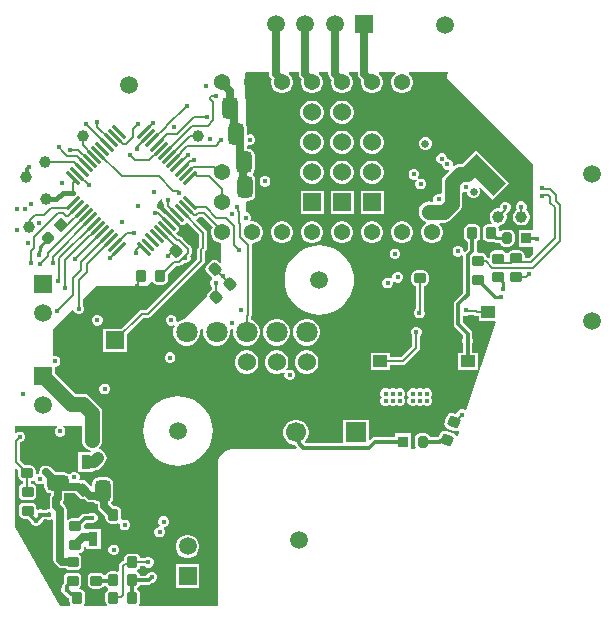
<source format=gtl>
G04*
G04 #@! TF.GenerationSoftware,Altium Limited,Altium Designer,23.11.1 (41)*
G04*
G04 Layer_Physical_Order=1*
G04 Layer_Color=255*
%FSLAX44Y44*%
%MOMM*%
G71*
G04*
G04 #@! TF.SameCoordinates,7D9A12BA-FF4A-4FA1-B099-3E499341C767*
G04*
G04*
G04 #@! TF.FilePolarity,Positive*
G04*
G01*
G75*
G04:AMPARAMS|DCode=10|XSize=1mm|YSize=0.9mm|CornerRadius=0.225mm|HoleSize=0mm|Usage=FLASHONLY|Rotation=270.000|XOffset=0mm|YOffset=0mm|HoleType=Round|Shape=RoundedRectangle|*
%AMROUNDEDRECTD10*
21,1,1.0000,0.4500,0,0,270.0*
21,1,0.5500,0.9000,0,0,270.0*
1,1,0.4500,-0.2250,-0.2750*
1,1,0.4500,-0.2250,0.2750*
1,1,0.4500,0.2250,0.2750*
1,1,0.4500,0.2250,-0.2750*
%
%ADD10ROUNDEDRECTD10*%
G04:AMPARAMS|DCode=11|XSize=1mm|YSize=0.9mm|CornerRadius=0.225mm|HoleSize=0mm|Usage=FLASHONLY|Rotation=0.000|XOffset=0mm|YOffset=0mm|HoleType=Round|Shape=RoundedRectangle|*
%AMROUNDEDRECTD11*
21,1,1.0000,0.4500,0,0,0.0*
21,1,0.5500,0.9000,0,0,0.0*
1,1,0.4500,0.2750,-0.2250*
1,1,0.4500,-0.2750,-0.2250*
1,1,0.4500,-0.2750,0.2250*
1,1,0.4500,0.2750,0.2250*
%
%ADD11ROUNDEDRECTD11*%
G04:AMPARAMS|DCode=12|XSize=1.8mm|YSize=1.3mm|CornerRadius=0.325mm|HoleSize=0mm|Usage=FLASHONLY|Rotation=270.000|XOffset=0mm|YOffset=0mm|HoleType=Round|Shape=RoundedRectangle|*
%AMROUNDEDRECTD12*
21,1,1.8000,0.6500,0,0,270.0*
21,1,1.1500,1.3000,0,0,270.0*
1,1,0.6500,-0.3250,-0.5750*
1,1,0.6500,-0.3250,0.5750*
1,1,0.6500,0.3250,0.5750*
1,1,0.6500,0.3250,-0.5750*
%
%ADD12ROUNDEDRECTD12*%
G04:AMPARAMS|DCode=13|XSize=1.8mm|YSize=1.3mm|CornerRadius=0.325mm|HoleSize=0mm|Usage=FLASHONLY|Rotation=0.000|XOffset=0mm|YOffset=0mm|HoleType=Round|Shape=RoundedRectangle|*
%AMROUNDEDRECTD13*
21,1,1.8000,0.6500,0,0,0.0*
21,1,1.1500,1.3000,0,0,0.0*
1,1,0.6500,0.5750,-0.3250*
1,1,0.6500,-0.5750,-0.3250*
1,1,0.6500,-0.5750,0.3250*
1,1,0.6500,0.5750,0.3250*
%
%ADD13ROUNDEDRECTD13*%
G04:AMPARAMS|DCode=14|XSize=0.95mm|YSize=0.85mm|CornerRadius=0mm|HoleSize=0mm|Usage=FLASHONLY|Rotation=315.000|XOffset=0mm|YOffset=0mm|HoleType=Round|Shape=Rectangle|*
%AMROTATEDRECTD14*
4,1,4,-0.6364,0.0354,-0.0354,0.6364,0.6364,-0.0354,0.0354,-0.6364,-0.6364,0.0354,0.0*
%
%ADD14ROTATEDRECTD14*%

G04:AMPARAMS|DCode=15|XSize=0.95mm|YSize=0.85mm|CornerRadius=0.2125mm|HoleSize=0mm|Usage=FLASHONLY|Rotation=315.000|XOffset=0mm|YOffset=0mm|HoleType=Round|Shape=RoundedRectangle|*
%AMROUNDEDRECTD15*
21,1,0.9500,0.4250,0,0,315.0*
21,1,0.5250,0.8500,0,0,315.0*
1,1,0.4250,0.0354,-0.3359*
1,1,0.4250,-0.3359,0.0354*
1,1,0.4250,-0.0354,0.3359*
1,1,0.4250,0.3359,-0.0354*
%
%ADD15ROUNDEDRECTD15*%
G04:AMPARAMS|DCode=16|XSize=1mm|YSize=0.9mm|CornerRadius=0.225mm|HoleSize=0mm|Usage=FLASHONLY|Rotation=160.000|XOffset=0mm|YOffset=0mm|HoleType=Round|Shape=RoundedRectangle|*
%AMROUNDEDRECTD16*
21,1,1.0000,0.4500,0,0,160.0*
21,1,0.5500,0.9000,0,0,160.0*
1,1,0.4500,-0.1815,0.3055*
1,1,0.4500,0.3354,0.1174*
1,1,0.4500,0.1815,-0.3055*
1,1,0.4500,-0.3354,-0.1174*
%
%ADD16ROUNDEDRECTD16*%
%ADD17R,0.8500X0.9500*%
G04:AMPARAMS|DCode=18|XSize=0.95mm|YSize=0.85mm|CornerRadius=0.2125mm|HoleSize=0mm|Usage=FLASHONLY|Rotation=90.000|XOffset=0mm|YOffset=0mm|HoleType=Round|Shape=RoundedRectangle|*
%AMROUNDEDRECTD18*
21,1,0.9500,0.4250,0,0,90.0*
21,1,0.5250,0.8500,0,0,90.0*
1,1,0.4250,0.2125,0.2625*
1,1,0.4250,0.2125,-0.2625*
1,1,0.4250,-0.2125,-0.2625*
1,1,0.4250,-0.2125,0.2625*
%
%ADD18ROUNDEDRECTD18*%
%ADD19R,1.2000X1.0000*%
%ADD20R,0.8000X1.2000*%
G04:AMPARAMS|DCode=21|XSize=1.2mm|YSize=0.8mm|CornerRadius=0.2mm|HoleSize=0mm|Usage=FLASHONLY|Rotation=90.000|XOffset=0mm|YOffset=0mm|HoleType=Round|Shape=RoundedRectangle|*
%AMROUNDEDRECTD21*
21,1,1.2000,0.4000,0,0,90.0*
21,1,0.8000,0.8000,0,0,90.0*
1,1,0.4000,0.2000,0.4000*
1,1,0.4000,0.2000,-0.4000*
1,1,0.4000,-0.2000,-0.4000*
1,1,0.4000,-0.2000,0.4000*
%
%ADD21ROUNDEDRECTD21*%
G04:AMPARAMS|DCode=22|XSize=1.475mm|YSize=0.3mm|CornerRadius=0.075mm|HoleSize=0mm|Usage=FLASHONLY|Rotation=225.000|XOffset=0mm|YOffset=0mm|HoleType=Round|Shape=RoundedRectangle|*
%AMROUNDEDRECTD22*
21,1,1.4750,0.1500,0,0,225.0*
21,1,1.3250,0.3000,0,0,225.0*
1,1,0.1500,-0.5215,-0.4154*
1,1,0.1500,0.4154,0.5215*
1,1,0.1500,0.5215,0.4154*
1,1,0.1500,-0.4154,-0.5215*
%
%ADD22ROUNDEDRECTD22*%
G04:AMPARAMS|DCode=23|XSize=1.475mm|YSize=0.3mm|CornerRadius=0.075mm|HoleSize=0mm|Usage=FLASHONLY|Rotation=135.000|XOffset=0mm|YOffset=0mm|HoleType=Round|Shape=RoundedRectangle|*
%AMROUNDEDRECTD23*
21,1,1.4750,0.1500,0,0,135.0*
21,1,1.3250,0.3000,0,0,135.0*
1,1,0.1500,-0.4154,0.5215*
1,1,0.1500,0.5215,-0.4154*
1,1,0.1500,0.4154,-0.5215*
1,1,0.1500,-0.5215,0.4154*
%
%ADD23ROUNDEDRECTD23*%
G04:AMPARAMS|DCode=24|XSize=1.475mm|YSize=0.3mm|CornerRadius=0mm|HoleSize=0mm|Usage=FLASHONLY|Rotation=135.000|XOffset=0mm|YOffset=0mm|HoleType=Round|Shape=Round|*
%AMOVALD24*
21,1,1.1750,0.3000,0.0000,0.0000,135.0*
1,1,0.3000,0.4154,-0.4154*
1,1,0.3000,-0.4154,0.4154*
%
%ADD24OVALD24*%

G04:AMPARAMS|DCode=25|XSize=1.475mm|YSize=0.3mm|CornerRadius=0mm|HoleSize=0mm|Usage=FLASHONLY|Rotation=135.000|XOffset=0mm|YOffset=0mm|HoleType=Round|Shape=Rectangle|*
%AMROTATEDRECTD25*
4,1,4,0.6276,-0.4154,0.4154,-0.6276,-0.6276,0.4154,-0.4154,0.6276,0.6276,-0.4154,0.0*
%
%ADD25ROTATEDRECTD25*%

%ADD26C,0.9906*%
G04:AMPARAMS|DCode=27|XSize=1.5mm|YSize=3.5mm|CornerRadius=0mm|HoleSize=0mm|Usage=FLASHONLY|Rotation=225.000|XOffset=0mm|YOffset=0mm|HoleType=Round|Shape=Rectangle|*
%AMROTATEDRECTD27*
4,1,4,-0.7071,1.7678,1.7678,-0.7071,0.7071,-1.7678,-1.7678,0.7071,-0.7071,1.7678,0.0*
%
%ADD27ROTATEDRECTD27*%

G04:AMPARAMS|DCode=28|XSize=1.5mm|YSize=3.5mm|CornerRadius=0.375mm|HoleSize=0mm|Usage=FLASHONLY|Rotation=225.000|XOffset=0mm|YOffset=0mm|HoleType=Round|Shape=RoundedRectangle|*
%AMROUNDEDRECTD28*
21,1,1.5000,2.7500,0,0,225.0*
21,1,0.7500,3.5000,0,0,225.0*
1,1,0.7500,-1.2374,0.7071*
1,1,0.7500,-0.7071,1.2374*
1,1,0.7500,1.2374,-0.7071*
1,1,0.7500,0.7071,-1.2374*
%
%ADD28ROUNDEDRECTD28*%
G04:AMPARAMS|DCode=29|XSize=1mm|YSize=0.9mm|CornerRadius=0.225mm|HoleSize=0mm|Usage=FLASHONLY|Rotation=135.000|XOffset=0mm|YOffset=0mm|HoleType=Round|Shape=RoundedRectangle|*
%AMROUNDEDRECTD29*
21,1,1.0000,0.4500,0,0,135.0*
21,1,0.5500,0.9000,0,0,135.0*
1,1,0.4500,-0.0354,0.3536*
1,1,0.4500,0.3536,-0.0354*
1,1,0.4500,0.0354,-0.3536*
1,1,0.4500,-0.3536,0.0354*
%
%ADD29ROUNDEDRECTD29*%
%ADD30C,1.5000*%
%ADD31C,0.6350*%
%ADD32C,0.2032*%
%ADD33C,0.3048*%
%ADD34C,1.2700*%
%ADD35C,0.2540*%
%ADD36C,0.4318*%
%ADD37C,1.0160*%
%ADD38C,0.5080*%
%ADD39C,1.3716*%
%ADD40C,1.7000*%
%ADD41R,1.7000X1.7000*%
%ADD42C,1.8000*%
%ADD43R,1.8000X1.8000*%
%ADD44C,1.5240*%
%ADD45R,1.4986X1.4986*%
%ADD46R,1.4986X1.4986*%
%ADD47C,1.5080*%
%ADD48R,1.5080X1.5080*%
%ADD49R,1.5080X1.5080*%
G04:AMPARAMS|DCode=50|XSize=1mm|YSize=1.6mm|CornerRadius=0mm|HoleSize=0mm|Usage=FLASHONLY|Rotation=135.000|XOffset=0mm|YOffset=0mm|HoleType=Round|Shape=Round|*
%AMOVALD50*
21,1,0.6000,1.0000,0.0000,0.0000,225.0*
1,1,1.0000,0.2121,0.2121*
1,1,1.0000,-0.2121,-0.2121*
%
%ADD50OVALD50*%

%ADD51C,0.6750*%
G04:AMPARAMS|DCode=52|XSize=1mm|YSize=2.1mm|CornerRadius=0mm|HoleSize=0mm|Usage=FLASHONLY|Rotation=135.000|XOffset=0mm|YOffset=0mm|HoleType=Round|Shape=Round|*
%AMOVALD52*
21,1,1.1000,1.0000,0.0000,0.0000,225.0*
1,1,1.0000,0.3889,0.3889*
1,1,1.0000,-0.3889,-0.3889*
%
%ADD52OVALD52*%

%ADD53C,0.4500*%
%ADD54C,0.5000*%
G36*
X469062Y453095D02*
X468301Y452334D01*
X467859Y451673D01*
X467704Y450892D01*
X467859Y450112D01*
X468301Y449450D01*
X468301Y449450D01*
X540993Y376759D01*
Y354990D01*
X540993Y320588D01*
X528737D01*
Y306516D01*
X540993D01*
Y300026D01*
X537510Y296543D01*
X533875D01*
Y298750D01*
X533523Y300520D01*
X532520Y302020D01*
X531020Y303023D01*
X529250Y303375D01*
X523750D01*
X521980Y303023D01*
X520480Y302020D01*
X519689Y300836D01*
X519611Y300808D01*
X518538Y300768D01*
X518277Y300836D01*
X517549Y301927D01*
X516049Y302929D01*
X514279Y303281D01*
X508779D01*
X507009Y302929D01*
X505508Y301927D01*
X504506Y300426D01*
X504154Y298656D01*
Y297274D01*
X502884Y296892D01*
X501997Y297485D01*
X501438Y297596D01*
X501279Y298394D01*
X500277Y299895D01*
X498777Y300897D01*
X497007Y301249D01*
X494133D01*
X493095Y302519D01*
X493189Y302992D01*
Y310821D01*
X493325Y310847D01*
X494825Y311850D01*
X495827Y313351D01*
X496180Y315120D01*
Y320620D01*
X495827Y322390D01*
X494825Y323891D01*
X493325Y324893D01*
X491555Y325245D01*
X487055D01*
X485285Y324893D01*
X483784Y323891D01*
X482782Y322390D01*
X482430Y320620D01*
Y315120D01*
X482782Y313351D01*
X483784Y311850D01*
X485285Y310847D01*
X485420Y310821D01*
Y304601D01*
X483130Y302312D01*
X481861Y302838D01*
Y303447D01*
X481170Y305114D01*
X479894Y306390D01*
X478227Y307080D01*
X476422D01*
X474755Y306390D01*
X473479Y305114D01*
X472789Y303447D01*
Y301642D01*
X473479Y299975D01*
X474755Y298699D01*
X476422Y298008D01*
X478227D01*
X479894Y298699D01*
X480292Y299097D01*
X481562Y298571D01*
Y267282D01*
X478860Y264579D01*
X478859Y264579D01*
X474951Y260671D01*
X474109Y259411D01*
X473813Y257924D01*
Y240845D01*
X474109Y239358D01*
X474951Y238098D01*
X481736Y231313D01*
Y229147D01*
X481727Y229137D01*
X481036Y227470D01*
Y225666D01*
X481727Y223999D01*
X481736Y223989D01*
Y216698D01*
X477335D01*
Y202126D01*
X493907D01*
Y216698D01*
X489505D01*
Y224211D01*
X490108Y225666D01*
Y227470D01*
X489505Y228925D01*
Y232922D01*
X489210Y234409D01*
X488368Y235669D01*
X481583Y242454D01*
Y247674D01*
X482639Y248380D01*
X483212Y248142D01*
X485017D01*
X486421Y248724D01*
X486454Y248718D01*
X490830D01*
X490860Y248688D01*
X491952Y247958D01*
X493241Y247702D01*
X494777D01*
Y243782D01*
X508632D01*
X509374Y242752D01*
X484549Y168278D01*
X483324Y167843D01*
X483096Y167933D01*
X481438Y168620D01*
X479634D01*
X477967Y167929D01*
X476691Y166653D01*
X476000Y164986D01*
X475543Y164666D01*
X473518Y165403D01*
X471735Y165678D01*
X469982Y165249D01*
X468527Y164182D01*
X467591Y162639D01*
X466051Y158410D01*
X465777Y156627D01*
X466206Y154874D01*
X467273Y153419D01*
X468816Y152483D01*
X473984Y150601D01*
X475768Y150327D01*
X477357Y150716D01*
X477903Y150350D01*
X478398Y149825D01*
X477142Y146055D01*
X475824Y146096D01*
X474757Y147551D01*
X473214Y148487D01*
X468046Y150368D01*
X466263Y150642D01*
X464510Y150214D01*
X463054Y149146D01*
X462118Y147604D01*
X461302Y145363D01*
X453712D01*
X453620Y145824D01*
X452645Y147283D01*
X451186Y148258D01*
X449465Y148600D01*
X445215D01*
X443494Y148258D01*
X442035Y147283D01*
X441060Y145824D01*
X440718Y144103D01*
Y138853D01*
X441060Y137132D01*
X441473Y136514D01*
X440794Y135244D01*
X437376D01*
Y148514D01*
X424304D01*
Y145363D01*
X407340D01*
X405853Y145067D01*
X404593Y144225D01*
X402752Y142384D01*
X401579Y142870D01*
Y159928D01*
X380007D01*
Y140283D01*
X348183D01*
X347422Y141318D01*
X348624Y142520D01*
X350044Y144979D01*
X350779Y147722D01*
Y150562D01*
X350044Y153306D01*
X348624Y155765D01*
X346615Y157773D01*
X344156Y159193D01*
X341413Y159928D01*
X338573D01*
X335829Y159193D01*
X333370Y157773D01*
X331362Y155765D01*
X329942Y153306D01*
X329207Y150562D01*
Y147722D01*
X329942Y144979D01*
X331362Y142520D01*
X333370Y140511D01*
X335829Y139091D01*
X338573Y138356D01*
X339256D01*
X339915Y137369D01*
X340867Y136418D01*
X340381Y135244D01*
X299626D01*
X284453D01*
X283455Y134247D01*
X282178D01*
X282178Y134247D01*
X281398Y134091D01*
X280736Y133649D01*
X280736Y133649D01*
X275181Y128095D01*
X274629Y127542D01*
X274187Y126881D01*
X274032Y126100D01*
Y2039D01*
X207678D01*
X207350Y2573D01*
X207138Y3309D01*
X208015Y4622D01*
X208368Y6392D01*
Y11892D01*
X208015Y13662D01*
X207013Y15163D01*
X205854Y15937D01*
X205792Y16154D01*
Y17131D01*
X205854Y17348D01*
X207013Y18122D01*
X208015Y19622D01*
X208142Y20258D01*
X215515D01*
X217001Y20553D01*
X218262Y21395D01*
X218902Y22036D01*
X220474Y22687D01*
X221750Y23963D01*
X222441Y25630D01*
Y27435D01*
X221750Y29102D01*
X220474Y30378D01*
X218807Y31068D01*
X217002D01*
X215335Y30378D01*
X214059Y29102D01*
X213614Y28027D01*
X208142D01*
X208015Y28662D01*
X207013Y30163D01*
X205854Y30937D01*
X205792Y31154D01*
Y32131D01*
X205854Y32348D01*
X207013Y33122D01*
X208015Y34622D01*
X208245Y35776D01*
X212227D01*
X212705Y35297D01*
X214372Y34606D01*
X216177D01*
X217844Y35297D01*
X219120Y36573D01*
X219811Y38240D01*
Y40045D01*
X219120Y41712D01*
X217844Y42988D01*
X216177Y43678D01*
X214372D01*
X212705Y42988D01*
X212227Y42509D01*
X208245D01*
X208015Y43662D01*
X207013Y45163D01*
X205513Y46165D01*
X203743Y46517D01*
X199243D01*
X197473Y46165D01*
X195972Y45163D01*
X194970Y43662D01*
X194618Y41892D01*
Y40810D01*
X193847Y40656D01*
X192754Y39927D01*
X191140Y38312D01*
X190410Y37220D01*
X190154Y35932D01*
Y32148D01*
X188884Y31290D01*
X187743Y31517D01*
X183243D01*
X181473Y31165D01*
X179972Y30163D01*
X178970Y28662D01*
X178948Y28552D01*
X177600Y28284D01*
X177013Y29163D01*
X175513Y30165D01*
X173743Y30517D01*
X168243D01*
X166473Y30165D01*
X164972Y29163D01*
X163970Y27662D01*
X163618Y25892D01*
Y21392D01*
X163970Y19622D01*
X164972Y18122D01*
X166473Y17119D01*
X168243Y16767D01*
X173743D01*
X175513Y17119D01*
X177013Y18122D01*
X177787Y19281D01*
X178004Y19343D01*
X178981D01*
X179198Y19281D01*
X179972Y18122D01*
X181131Y17348D01*
X181194Y17131D01*
Y16154D01*
X181131Y15937D01*
X179972Y15163D01*
X178970Y13662D01*
X178618Y11892D01*
Y6392D01*
X178970Y4622D01*
X179847Y3309D01*
X179635Y2573D01*
X179307Y2039D01*
X161224D01*
X160740Y3309D01*
X161523Y4480D01*
X161875Y6250D01*
Y11750D01*
X161523Y13520D01*
X160520Y15020D01*
X159020Y16023D01*
X157250Y16375D01*
X156684D01*
X156299Y17645D01*
X157013Y18122D01*
X158015Y19622D01*
X158368Y21392D01*
Y25892D01*
X158015Y27662D01*
X157013Y29163D01*
X155513Y30165D01*
X153743Y30517D01*
X148243D01*
X146473Y30165D01*
X144972Y29163D01*
X143970Y27662D01*
X143618Y25892D01*
Y21761D01*
X143554Y21697D01*
X142712Y20437D01*
X142416Y18950D01*
Y18672D01*
X142177Y18434D01*
X141487Y16767D01*
Y14962D01*
X142177Y13295D01*
X143453Y12019D01*
X145026Y11367D01*
X147096Y9297D01*
X148125Y8610D01*
Y6250D01*
X148477Y4480D01*
X149260Y3309D01*
X148776Y2039D01*
X140516D01*
X102039Y68728D01*
Y118540D01*
X103212Y119026D01*
X105185Y117053D01*
X105125Y116750D01*
Y112250D01*
X105477Y110480D01*
X106480Y108980D01*
X107980Y107977D01*
X109133Y107748D01*
Y105553D01*
X108355Y105398D01*
X106855Y104395D01*
X105852Y102895D01*
X105500Y101125D01*
Y96625D01*
X105852Y94855D01*
X106855Y93355D01*
X108355Y92352D01*
X110125Y92000D01*
X115625D01*
X117395Y92352D01*
X118895Y93355D01*
X119898Y94855D01*
X120250Y96625D01*
Y101125D01*
X119898Y102895D01*
X118895Y104395D01*
X117395Y105398D01*
X115867Y105702D01*
Y107748D01*
X117020Y107977D01*
X117413Y108240D01*
X118985Y107763D01*
X119269Y107079D01*
X120545Y105803D01*
X122212Y105112D01*
X124016D01*
X125683Y105803D01*
X125690Y105809D01*
X126960Y105283D01*
Y103400D01*
X127389Y101240D01*
X128613Y99409D01*
X130444Y98185D01*
X132604Y97756D01*
X132786D01*
Y96078D01*
X132123Y95086D01*
X131699Y92956D01*
Y86568D01*
X131931Y85401D01*
X130906Y84146D01*
X130090D01*
X128518Y83495D01*
X125967D01*
X124395Y84146D01*
X122590D01*
X121520Y83703D01*
X120250Y84442D01*
Y85125D01*
X119898Y86895D01*
X118895Y88395D01*
X117395Y89398D01*
X115625Y89750D01*
X110125D01*
X108355Y89398D01*
X106855Y88395D01*
X105852Y86895D01*
X105500Y85125D01*
Y80625D01*
X105852Y78855D01*
X106855Y77355D01*
X108355Y76352D01*
X110125Y76000D01*
X112950D01*
X113156Y75693D01*
X115503Y73345D01*
X116155Y71773D01*
X117431Y70497D01*
X119098Y69806D01*
X120902D01*
X122570Y70497D01*
X123845Y71773D01*
X124316Y72910D01*
X125962Y74555D01*
X126744Y75726D01*
X128518D01*
X130090Y75074D01*
X131895D01*
X133562Y75765D01*
X133645Y75847D01*
X134818Y75361D01*
Y41567D01*
X135242Y39436D01*
X136449Y37630D01*
X138373Y35705D01*
X140180Y34498D01*
X142311Y34074D01*
X145044D01*
X146473Y33119D01*
X148243Y32767D01*
X153743D01*
X155513Y33119D01*
X157013Y34122D01*
X158015Y35622D01*
X158368Y37392D01*
Y41892D01*
X158015Y43662D01*
X157013Y45163D01*
X156469Y45526D01*
X156747Y46868D01*
X158013Y47119D01*
X159513Y48122D01*
X160515Y49622D01*
X160868Y51392D01*
Y52497D01*
X160937Y52543D01*
X162207Y51864D01*
Y50856D01*
X174779D01*
Y67428D01*
X162207D01*
Y67428D01*
X162138Y67422D01*
X160868Y68583D01*
Y70634D01*
X162870Y72637D01*
X166017D01*
X166918Y72263D01*
X168723D01*
X170390Y72954D01*
X171666Y74230D01*
X172357Y75897D01*
Y77701D01*
X171666Y79369D01*
X170390Y80645D01*
X168723Y81335D01*
X166918D01*
X165251Y80645D01*
X165013Y80406D01*
X161261D01*
X159775Y80110D01*
X158514Y79268D01*
X155764Y76517D01*
X150743D01*
X148973Y76165D01*
X147472Y75163D01*
X147224Y74791D01*
X145954Y75176D01*
Y83449D01*
X145530Y85580D01*
X144323Y87386D01*
X142835Y88874D01*
Y90920D01*
X143498Y91911D01*
X143922Y94042D01*
Y97756D01*
X144104D01*
X144344Y97803D01*
X152998D01*
X154017Y96785D01*
X154094Y96733D01*
X156911Y93916D01*
X158411Y92913D01*
X160181Y92561D01*
X161141Y92752D01*
X162221Y91672D01*
X164027Y90465D01*
X166158Y90042D01*
X169495D01*
X171268Y88857D01*
X172361Y88640D01*
Y86706D01*
X172785Y84575D01*
X173992Y82769D01*
X178618Y78143D01*
Y76392D01*
X178970Y74623D01*
X179972Y73122D01*
X181473Y72119D01*
X183243Y71767D01*
X187743D01*
X189513Y72119D01*
X189677Y72229D01*
X190230Y71986D01*
X190840Y71479D01*
Y69914D01*
X191530Y68246D01*
X192806Y66970D01*
X194474Y66280D01*
X196278D01*
X197945Y66970D01*
X199221Y68246D01*
X199912Y69914D01*
Y71718D01*
X199221Y73385D01*
X197945Y74661D01*
X196278Y75352D01*
X194474D01*
X193364Y74892D01*
X192241Y75755D01*
X192368Y76392D01*
Y81892D01*
X192015Y83662D01*
X191013Y85163D01*
X189513Y86165D01*
X187743Y86517D01*
X185992D01*
X183839Y88670D01*
X183919Y90081D01*
X185143Y91912D01*
X185572Y94072D01*
Y105572D01*
X185143Y107732D01*
X183919Y109563D01*
X182088Y110787D01*
X179928Y111216D01*
X173428D01*
X171268Y110787D01*
X169437Y109563D01*
X168213Y107732D01*
X167784Y105572D01*
Y104203D01*
X167014Y103825D01*
D01*
X166514Y103758D01*
X165690Y104582D01*
X165639Y104659D01*
X165562Y104711D01*
X162744Y107528D01*
X161244Y108530D01*
X159474Y108882D01*
X157704Y108530D01*
X157302Y108710D01*
X156803Y109642D01*
X157026Y110180D01*
Y111985D01*
X156336Y113652D01*
X155060Y114928D01*
X153393Y115618D01*
X151588D01*
X149921Y114928D01*
X149327Y114334D01*
X148164Y113916D01*
X147574Y114240D01*
X146264Y115115D01*
X144104Y115544D01*
X136348D01*
X132385Y119507D01*
X130579Y120714D01*
X128448Y121138D01*
X126317Y120714D01*
X124511Y119507D01*
X123304Y117701D01*
X122880Y115570D01*
X122971Y115110D01*
X122212Y114184D01*
X121145Y113742D01*
X119875Y114483D01*
Y116750D01*
X119523Y118520D01*
X118520Y120020D01*
X117020Y121023D01*
X115250Y121375D01*
X110386D01*
X106383Y125379D01*
Y140627D01*
X106624Y140868D01*
X107301D01*
X108968Y141559D01*
X110244Y142835D01*
X110935Y144502D01*
Y146307D01*
X110244Y147974D01*
X108968Y149250D01*
X107301Y149940D01*
X105496D01*
X103829Y149250D01*
X103309Y148730D01*
X102039Y149256D01*
Y154940D01*
X137324D01*
X137593Y154385D01*
X137713Y153670D01*
X136589Y152546D01*
X135899Y150879D01*
Y149074D01*
X136589Y147407D01*
X137865Y146131D01*
X139532Y145440D01*
X141337D01*
X143004Y146131D01*
X144280Y147407D01*
X144971Y149074D01*
Y150879D01*
X144280Y152546D01*
X143156Y153670D01*
X143277Y154385D01*
X143545Y154940D01*
X158680D01*
Y142855D01*
X158977Y140601D01*
X159847Y138500D01*
X161232Y136696D01*
X163036Y135311D01*
X165136Y134441D01*
X165983Y134330D01*
X166521Y132978D01*
X166074Y132428D01*
X155977D01*
Y115856D01*
X168549D01*
Y116713D01*
X168957D01*
X170880Y116966D01*
X172671Y117708D01*
X174210Y118889D01*
X177692Y122371D01*
X178873Y123910D01*
X179615Y125701D01*
X179868Y127624D01*
X179615Y129547D01*
X178873Y131339D01*
X177692Y132878D01*
X176153Y134059D01*
X174362Y134801D01*
D01*
X173342Y134935D01*
X172986Y136263D01*
X173550Y136696D01*
X174934Y138500D01*
X175805Y140601D01*
X176101Y142855D01*
Y154940D01*
Y165619D01*
X175805Y167873D01*
X174934Y169974D01*
X173550Y171778D01*
X166111Y179217D01*
X164307Y180602D01*
X162206Y181472D01*
X159951Y181769D01*
X158723D01*
Y182083D01*
X153371Y182083D01*
X135819Y199635D01*
Y204700D01*
X137030D01*
X138697Y205391D01*
X139973Y206667D01*
X140664Y208334D01*
Y210138D01*
X139973Y211805D01*
X138697Y213081D01*
X137030Y213772D01*
X135226D01*
X134544Y214228D01*
X134544Y236474D01*
X143072Y245002D01*
X150611Y252542D01*
X152056Y252190D01*
X152475Y251177D01*
X153751Y249901D01*
X155419Y249210D01*
X157223D01*
X158890Y249901D01*
X160166Y251177D01*
X160857Y252844D01*
Y254649D01*
X160166Y256316D01*
X159688Y256795D01*
Y261618D01*
X171120Y273050D01*
X213792Y273050D01*
X217269Y276527D01*
X218847Y276309D01*
X219368Y275528D01*
X220869Y274526D01*
X222639Y274173D01*
X227139D01*
X228909Y274526D01*
X230409Y275528D01*
X231411Y277029D01*
X231763Y278798D01*
Y283662D01*
X238463Y290361D01*
X241317D01*
X242605Y290618D01*
X243698Y291347D01*
X245070Y292720D01*
X245507Y292539D01*
X247311D01*
X248979Y293229D01*
X250255Y294505D01*
X250945Y296173D01*
Y297977D01*
X250764Y298414D01*
X250940Y298589D01*
X251669Y299681D01*
X251926Y300970D01*
Y304514D01*
X251669Y305802D01*
X250940Y306895D01*
X243610Y314224D01*
X242518Y314953D01*
X241230Y315210D01*
X241151D01*
X238959Y317402D01*
X239071Y318539D01*
X240131Y319600D01*
X240802Y320604D01*
X241038Y321789D01*
X240802Y322973D01*
X240131Y323978D01*
X230762Y333347D01*
X229758Y334018D01*
X229329Y334103D01*
X225909Y337523D01*
X224816Y338253D01*
X223801Y338455D01*
X223444Y338812D01*
Y344678D01*
X225911Y347145D01*
X226573Y346901D01*
X227085Y346523D01*
Y344908D01*
X227775Y343241D01*
X228254Y342762D01*
Y341192D01*
X228510Y339904D01*
X229240Y338811D01*
X231639Y336413D01*
X231724Y335984D01*
X232395Y334979D01*
X241764Y325610D01*
X242768Y324939D01*
X243953Y324704D01*
X245138Y324939D01*
X246142Y325610D01*
X247141Y326610D01*
X248466Y326656D01*
X258086Y317037D01*
Y306887D01*
X257704Y306506D01*
X256974Y305413D01*
X256718Y304125D01*
Y296099D01*
X213668Y253049D01*
X209532D01*
X208244Y252792D01*
X207152Y252063D01*
X192057Y236968D01*
X177167D01*
Y217316D01*
X196819D01*
Y232207D01*
X210927Y246315D01*
X215062D01*
X216350Y246572D01*
X217443Y247301D01*
X262465Y292324D01*
X263195Y293416D01*
X263451Y294705D01*
Y302731D01*
X263833Y303112D01*
X264563Y304204D01*
X264819Y305493D01*
Y318431D01*
X264563Y319720D01*
X263833Y320812D01*
X255805Y328839D01*
X256223Y330218D01*
X256536Y330280D01*
X257629Y331010D01*
X258177Y331558D01*
X258798Y331973D01*
X258801Y331976D01*
X260611D01*
X269568Y323018D01*
X269074Y322162D01*
X268451Y319836D01*
Y317428D01*
X269074Y315103D01*
X270278Y313018D01*
X271980Y311315D01*
X274065Y310112D01*
X276391Y309488D01*
X277038D01*
Y293293D01*
X275865Y292806D01*
X274566Y294105D01*
X273066Y295107D01*
X271296Y295460D01*
X269526Y295107D01*
X268026Y294105D01*
X264844Y290923D01*
X263841Y289423D01*
X263489Y287653D01*
X263841Y285883D01*
X264844Y284382D01*
X268733Y280493D01*
X269000Y280315D01*
X269017Y278776D01*
X268212Y277971D01*
X267522Y276304D01*
Y274499D01*
X268212Y272832D01*
X268903Y272141D01*
Y269982D01*
X266030Y267109D01*
X265028Y265609D01*
X264776Y264344D01*
X253481Y253049D01*
X245633Y245201D01*
X243266Y244567D01*
X240693Y243081D01*
X240044Y242432D01*
X238972Y243144D01*
X238966Y243150D01*
Y244953D01*
X238275Y246620D01*
X236999Y247896D01*
X235332Y248586D01*
X233527D01*
X231860Y247896D01*
X230584Y246620D01*
X229894Y244953D01*
Y243148D01*
X230584Y241481D01*
X231860Y240205D01*
X233527Y239514D01*
X235332D01*
X236576Y240030D01*
X237461Y239021D01*
X237106Y238407D01*
X236472Y236040D01*
X236353Y235921D01*
X236417Y235837D01*
X236337Y235536D01*
Y232565D01*
X237106Y229694D01*
X238592Y227121D01*
X240693Y225019D01*
X243266Y223533D01*
X246137Y222764D01*
X249109D01*
X251979Y223533D01*
X254552Y225019D01*
X256654Y227121D01*
X258139Y229694D01*
X258909Y232565D01*
Y235536D01*
X258828Y235837D01*
X259601Y236844D01*
X261044D01*
X261817Y235837D01*
X261737Y235536D01*
Y232565D01*
X262506Y229694D01*
X263992Y227121D01*
X266093Y225019D01*
X268666Y223533D01*
X271537Y222764D01*
X274508D01*
X277379Y223533D01*
X279952Y225019D01*
X282054Y227121D01*
X283540Y229694D01*
X284309Y232565D01*
Y235536D01*
X284228Y235837D01*
X285001Y236844D01*
X286444D01*
X287217Y235837D01*
X287137Y235536D01*
Y232565D01*
X287906Y229694D01*
X289392Y227121D01*
X291493Y225019D01*
X294066Y223533D01*
X296937Y222764D01*
X299909D01*
X302779Y223533D01*
X304519Y224538D01*
X305352Y225019D01*
X307454Y227121D01*
X308939Y229694D01*
X309709Y232565D01*
Y235536D01*
X308939Y238407D01*
X307454Y240980D01*
X305352Y243081D01*
X302779Y244567D01*
X301789Y244832D01*
Y246649D01*
X302464Y247659D01*
X302721Y248948D01*
Y307905D01*
X302658Y308218D01*
X303678Y309488D01*
X304199D01*
X306524Y310112D01*
X308609Y311315D01*
X310312Y313018D01*
X311516Y315103D01*
X312139Y317428D01*
Y319836D01*
X311516Y322162D01*
X310312Y324247D01*
X308609Y325949D01*
X306524Y327153D01*
X304199Y327776D01*
X302342D01*
X301569Y328859D01*
X301541Y328993D01*
X301979Y330049D01*
Y331854D01*
X301288Y333521D01*
X300012Y334797D01*
X298345Y335487D01*
X298235D01*
X298174Y344347D01*
X299068Y345248D01*
X300243D01*
X302403Y345677D01*
X304234Y346901D01*
X305457Y348732D01*
X305887Y350892D01*
Y362392D01*
X305457Y364552D01*
X304234Y366384D01*
X303604Y366805D01*
Y368075D01*
X303807Y368211D01*
X305031Y370042D01*
X305460Y372202D01*
Y383702D01*
X305031Y385862D01*
X303807Y387693D01*
X301976Y388917D01*
X299816Y389346D01*
X298649D01*
Y391761D01*
X299350Y392420D01*
X299835Y392644D01*
X300266Y392466D01*
X302070D01*
X303737Y393157D01*
X305013Y394433D01*
X305704Y396100D01*
Y397904D01*
X305013Y399571D01*
X303737Y400847D01*
X302070Y401538D01*
X300266D01*
X299657Y401286D01*
X298387Y402135D01*
Y407392D01*
X297957Y409552D01*
X297718Y409910D01*
X297418Y453204D01*
X298680Y454268D01*
X317331D01*
Y453035D01*
X317754Y450904D01*
X318962Y449098D01*
X319668Y448392D01*
X319251Y446836D01*
Y444428D01*
X319874Y442103D01*
X321078Y440018D01*
X322780Y438315D01*
X324865Y437112D01*
X327191Y436488D01*
X329599D01*
X331924Y437112D01*
X334009Y438315D01*
X335712Y440018D01*
X336916Y442103D01*
X337539Y444428D01*
Y446836D01*
X336916Y449162D01*
X335712Y451247D01*
X334009Y452949D01*
X333924Y452998D01*
X334265Y454268D01*
X342331D01*
Y453035D01*
X342755Y450904D01*
X343961Y449098D01*
X344983Y448076D01*
X344651Y446836D01*
Y444428D01*
X345274Y442103D01*
X346478Y440018D01*
X348180Y438315D01*
X350265Y437112D01*
X352591Y436488D01*
X354999D01*
X357324Y437112D01*
X359409Y438315D01*
X361112Y440018D01*
X362316Y442103D01*
X362939Y444428D01*
Y446836D01*
X362316Y449162D01*
X361112Y451247D01*
X359409Y452949D01*
X359325Y452998D01*
X359665Y454268D01*
X367331D01*
Y453035D01*
X367755Y450904D01*
X368961Y449098D01*
X370299Y447761D01*
X370051Y446836D01*
Y444428D01*
X370674Y442103D01*
X371878Y440018D01*
X373580Y438315D01*
X375665Y437112D01*
X377991Y436488D01*
X380399D01*
X382724Y437112D01*
X384809Y438315D01*
X386512Y440018D01*
X387716Y442103D01*
X388339Y444428D01*
Y446836D01*
X387716Y449162D01*
X386512Y451247D01*
X384809Y452949D01*
X384724Y452998D01*
X385065Y454268D01*
X392331D01*
Y453035D01*
X392755Y450904D01*
X393961Y449098D01*
X395614Y447445D01*
X395451Y446836D01*
Y444428D01*
X396074Y442103D01*
X397278Y440018D01*
X398980Y438315D01*
X401065Y437112D01*
X403391Y436488D01*
X405799D01*
X408124Y437112D01*
X410209Y438315D01*
X411912Y440018D01*
X413116Y442103D01*
X413739Y444428D01*
Y446836D01*
X413116Y449162D01*
X411912Y451247D01*
X410209Y452949D01*
X410125Y452998D01*
X410465Y454268D01*
X424125D01*
X424465Y452998D01*
X424380Y452949D01*
X422678Y451247D01*
X421474Y449162D01*
X420851Y446836D01*
Y444428D01*
X421474Y442103D01*
X422678Y440018D01*
X424380Y438315D01*
X426465Y437112D01*
X428791Y436488D01*
X431199D01*
X433524Y437112D01*
X435609Y438315D01*
X437312Y440018D01*
X438516Y442103D01*
X439139Y444428D01*
Y446836D01*
X438516Y449162D01*
X437312Y451247D01*
X435609Y452949D01*
X435524Y452998D01*
X435865Y454268D01*
X468576D01*
X469062Y453095D01*
D02*
G37*
%LPC*%
G36*
X380499Y430138D02*
X377891D01*
X375371Y429463D01*
X373112Y428159D01*
X371268Y426315D01*
X369964Y424056D01*
X369289Y421536D01*
Y418928D01*
X369964Y416409D01*
X371268Y414150D01*
X373112Y412306D01*
X375371Y411002D01*
X377891Y410326D01*
X380499D01*
X383018Y411002D01*
X385277Y412306D01*
X387122Y414150D01*
X388426Y416409D01*
X389101Y418928D01*
Y421536D01*
X388426Y424056D01*
X387122Y426315D01*
X385277Y428159D01*
X383018Y429463D01*
X380499Y430138D01*
D02*
G37*
G36*
X355099D02*
X352491D01*
X349971Y429463D01*
X347712Y428159D01*
X345868Y426315D01*
X344564Y424056D01*
X343889Y421536D01*
Y418928D01*
X344564Y416409D01*
X345868Y414150D01*
X347712Y412306D01*
X349971Y411002D01*
X352491Y410326D01*
X355099D01*
X357618Y411002D01*
X359877Y412306D01*
X361721Y414150D01*
X363026Y416409D01*
X363701Y418928D01*
Y421536D01*
X363026Y424056D01*
X361721Y426315D01*
X359877Y428159D01*
X357618Y429463D01*
X355099Y430138D01*
D02*
G37*
G36*
X450874Y399429D02*
X448622D01*
X446542Y398567D01*
X444949Y396974D01*
X444087Y394894D01*
Y392642D01*
X444949Y390561D01*
X446542Y388969D01*
X448622Y388107D01*
X450874D01*
X452955Y388969D01*
X454548Y390561D01*
X455410Y392642D01*
Y394894D01*
X454548Y396974D01*
X452955Y398567D01*
X450874Y399429D01*
D02*
G37*
G36*
X405899Y404738D02*
X403291D01*
X400771Y404063D01*
X398512Y402759D01*
X396668Y400915D01*
X395364Y398656D01*
X394689Y396137D01*
Y393528D01*
X395364Y391009D01*
X396668Y388750D01*
X398512Y386906D01*
X400771Y385602D01*
X403291Y384926D01*
X405899D01*
X408418Y385602D01*
X410677Y386906D01*
X412522Y388750D01*
X413826Y391009D01*
X414501Y393528D01*
Y396137D01*
X413826Y398656D01*
X412522Y400915D01*
X410677Y402759D01*
X408418Y404063D01*
X405899Y404738D01*
D02*
G37*
G36*
X355099Y404738D02*
X352491D01*
X349971Y404063D01*
X347712Y402759D01*
X345868Y400915D01*
X344564Y398656D01*
X343889Y396137D01*
Y393528D01*
X344564Y391009D01*
X345868Y388750D01*
X347712Y386906D01*
X349971Y385602D01*
X352491Y384926D01*
X355099D01*
X357618Y385602D01*
X359877Y386906D01*
X361721Y388750D01*
X363026Y391009D01*
X363701Y393528D01*
Y396137D01*
X363026Y398656D01*
X361721Y400915D01*
X359877Y402759D01*
X357618Y404063D01*
X355099Y404738D01*
D02*
G37*
G36*
X380499Y404738D02*
X377891D01*
X375371Y404063D01*
X373112Y402759D01*
X371268Y400915D01*
X369964Y398656D01*
X369289Y396137D01*
Y393528D01*
X369964Y391009D01*
X371268Y388750D01*
X373112Y386906D01*
X375371Y385601D01*
X377891Y384926D01*
X380499D01*
X383018Y385601D01*
X385277Y386906D01*
X387122Y388750D01*
X388426Y391009D01*
X389101Y393528D01*
Y396137D01*
X388426Y398656D01*
X387122Y400915D01*
X385277Y402759D01*
X383018Y404063D01*
X380499Y404738D01*
D02*
G37*
G36*
X492953Y388022D02*
X485620Y380689D01*
X485167Y380341D01*
X481347Y376521D01*
X479299D01*
X477045Y376224D01*
X474944Y375354D01*
X474020Y374645D01*
X473210Y375135D01*
X472921Y375402D01*
Y377114D01*
X472230Y378781D01*
X470954Y380057D01*
X469287Y380748D01*
X468143D01*
Y381935D01*
X467453Y383602D01*
X466177Y384878D01*
X464509Y385568D01*
X462705D01*
X461038Y384878D01*
X459762Y383602D01*
X459071Y381935D01*
Y380130D01*
X459762Y378463D01*
X461038Y377187D01*
X462705Y376496D01*
X463849D01*
Y375309D01*
X464539Y373642D01*
X465815Y372366D01*
X467482Y371676D01*
X469050D01*
X469505Y371011D01*
X469673Y370502D01*
X466236Y367066D01*
X464852Y365262D01*
X463982Y363161D01*
X463685Y360907D01*
Y351618D01*
X462415Y350770D01*
X461885Y350989D01*
X460080D01*
X458413Y350299D01*
X457137Y349023D01*
X456447Y347356D01*
Y345551D01*
X456537Y345334D01*
X456218Y344856D01*
X455554Y344388D01*
X455109Y344572D01*
X452855Y344869D01*
X450600Y344572D01*
X448499Y343702D01*
X446695Y342318D01*
X445311Y340514D01*
X444441Y338413D01*
X444144Y336158D01*
X444441Y333904D01*
X445311Y331803D01*
X446695Y329999D01*
X447286Y329408D01*
X449090Y328024D01*
X450105Y327603D01*
X450198Y326190D01*
X449780Y325949D01*
X448078Y324247D01*
X446874Y322162D01*
X446251Y319836D01*
Y317428D01*
X446874Y315103D01*
X448078Y313018D01*
X449780Y311315D01*
X451865Y310112D01*
X454191Y309488D01*
X456599D01*
X458924Y310112D01*
X461009Y311315D01*
X462712Y313018D01*
X463915Y315103D01*
X464539Y317428D01*
Y319836D01*
X463915Y322162D01*
X462712Y324247D01*
X461372Y325587D01*
X461884Y326857D01*
X465492D01*
X467746Y327154D01*
X469847Y328024D01*
X471651Y329408D01*
X478555Y336312D01*
X479939Y338116D01*
X480809Y340217D01*
X481106Y342471D01*
Y351759D01*
X482376Y352608D01*
X482906Y352388D01*
X484710D01*
X484957Y352223D01*
Y351772D01*
X485819Y349691D01*
X487411Y348099D01*
X489492Y347237D01*
X491744D01*
X493825Y348099D01*
X495417Y349691D01*
X496279Y351772D01*
Y354024D01*
X495417Y356105D01*
X496331Y356964D01*
X507095Y346200D01*
X520934Y360040D01*
X492953Y388022D01*
D02*
G37*
G36*
X405899Y379338D02*
X403291D01*
X400771Y378663D01*
X398512Y377359D01*
X396668Y375515D01*
X395364Y373256D01*
X394689Y370737D01*
Y368128D01*
X395364Y365609D01*
X396668Y363350D01*
X398512Y361506D01*
X400771Y360201D01*
X403291Y359526D01*
X405899D01*
X408418Y360201D01*
X410677Y361506D01*
X412522Y363350D01*
X413826Y365609D01*
X414501Y368128D01*
Y370737D01*
X413826Y373256D01*
X412522Y375515D01*
X410677Y377359D01*
X408418Y378663D01*
X405899Y379338D01*
D02*
G37*
G36*
X380499D02*
X377891D01*
X375371Y378663D01*
X373112Y377359D01*
X371268Y375515D01*
X369964Y373256D01*
X369289Y370737D01*
Y368128D01*
X369964Y365609D01*
X371268Y363350D01*
X373112Y361506D01*
X375371Y360201D01*
X377891Y359526D01*
X380499D01*
X383018Y360201D01*
X385277Y361506D01*
X387122Y363350D01*
X388426Y365609D01*
X389101Y368128D01*
Y370737D01*
X388426Y373256D01*
X387122Y375515D01*
X385277Y377359D01*
X383018Y378663D01*
X380499Y379338D01*
D02*
G37*
G36*
X355099Y379338D02*
X352491D01*
X349971Y378663D01*
X347712Y377359D01*
X345868Y375515D01*
X344564Y373256D01*
X343889Y370737D01*
Y368128D01*
X344564Y365609D01*
X345868Y363350D01*
X347712Y361506D01*
X349971Y360201D01*
X352491Y359526D01*
X355099D01*
X357618Y360201D01*
X359877Y361506D01*
X361721Y363350D01*
X363026Y365609D01*
X363701Y368128D01*
Y370737D01*
X363026Y373256D01*
X361721Y375515D01*
X359877Y377359D01*
X357618Y378663D01*
X355099Y379338D01*
D02*
G37*
G36*
X314859Y366232D02*
X313054D01*
X311387Y365541D01*
X310111Y364265D01*
X309421Y362598D01*
Y360794D01*
X310111Y359127D01*
X311387Y357851D01*
X313054Y357160D01*
X314859D01*
X316526Y357851D01*
X317802Y359127D01*
X318493Y360794D01*
Y362598D01*
X317802Y364265D01*
X316526Y365541D01*
X314859Y366232D01*
D02*
G37*
G36*
X440894Y372317D02*
X439089D01*
X437422Y371626D01*
X436146Y370350D01*
X435455Y368683D01*
Y366879D01*
X436146Y365211D01*
X437422Y363936D01*
X439089Y363245D01*
X440894D01*
X441503Y363497D01*
X442222Y362421D01*
X441897Y362096D01*
X441207Y360429D01*
Y358624D01*
X441897Y356957D01*
X443173Y355681D01*
X444840Y354990D01*
X446645D01*
X448312Y355681D01*
X449588Y356957D01*
X450279Y358624D01*
Y360429D01*
X449588Y362096D01*
X448312Y363372D01*
X446645Y364062D01*
X444840D01*
X444231Y363810D01*
X443512Y364887D01*
X443837Y365211D01*
X444527Y366879D01*
Y368683D01*
X443837Y370350D01*
X442561Y371626D01*
X440894Y372317D01*
D02*
G37*
G36*
X363574Y353811D02*
X344016D01*
Y334253D01*
X363574D01*
Y353811D01*
D02*
G37*
G36*
X414374Y353811D02*
X394816D01*
Y334253D01*
X414374D01*
Y353811D01*
D02*
G37*
G36*
X388974D02*
X369416D01*
Y334253D01*
X388974D01*
Y353811D01*
D02*
G37*
G36*
X531735Y344758D02*
X529930D01*
X528263Y344068D01*
X526987Y342792D01*
X526297Y341125D01*
Y339320D01*
X526975Y337682D01*
X526548Y337435D01*
X525200Y336087D01*
X524247Y334436D01*
X523754Y332595D01*
Y330689D01*
X524247Y328848D01*
X525200Y327197D01*
X526548Y325850D01*
X528199Y324897D01*
X530040Y324403D01*
X531946D01*
X533787Y324897D01*
X535438Y325850D01*
X536785Y327197D01*
X537738Y328848D01*
X538232Y330689D01*
Y332595D01*
X537738Y334436D01*
X536785Y336087D01*
X535438Y337435D01*
X534752Y337831D01*
X535369Y339320D01*
Y341125D01*
X534678Y342792D01*
X533402Y344068D01*
X531735Y344758D01*
D02*
G37*
G36*
X405798Y327776D02*
X403391D01*
X401065Y327153D01*
X398980Y325949D01*
X397278Y324247D01*
X396074Y322162D01*
X395451Y319836D01*
Y317428D01*
X396074Y315103D01*
X397278Y313018D01*
X398980Y311315D01*
X401065Y310112D01*
X403391Y309488D01*
X405798D01*
X408124Y310112D01*
X410209Y311315D01*
X411912Y313018D01*
X413116Y315103D01*
X413739Y317428D01*
Y319836D01*
X413116Y322162D01*
X411912Y324247D01*
X410209Y325949D01*
X408124Y327153D01*
X405798Y327776D01*
D02*
G37*
G36*
X329599Y327776D02*
X327191D01*
X324865Y327153D01*
X322780Y325949D01*
X321078Y324247D01*
X319874Y322162D01*
X319251Y319836D01*
Y317428D01*
X319874Y315103D01*
X321078Y313018D01*
X322780Y311315D01*
X324865Y310112D01*
X327191Y309488D01*
X329599D01*
X331924Y310112D01*
X334009Y311315D01*
X335712Y313018D01*
X336916Y315103D01*
X337539Y317428D01*
Y319836D01*
X336916Y322162D01*
X335712Y324247D01*
X334009Y325949D01*
X331924Y327153D01*
X329599Y327776D01*
D02*
G37*
G36*
X380399Y327776D02*
X377991D01*
X375665Y327153D01*
X373580Y325949D01*
X371878Y324247D01*
X370674Y322162D01*
X370051Y319836D01*
Y317428D01*
X370674Y315103D01*
X371878Y313018D01*
X373580Y311315D01*
X375665Y310112D01*
X377991Y309488D01*
X380399D01*
X382724Y310112D01*
X384809Y311315D01*
X386512Y313018D01*
X387716Y315103D01*
X388339Y317428D01*
Y319836D01*
X387716Y322162D01*
X386512Y324247D01*
X384809Y325949D01*
X382724Y327153D01*
X380399Y327776D01*
D02*
G37*
G36*
X354999D02*
X352591D01*
X350265Y327153D01*
X348180Y325949D01*
X346478Y324247D01*
X345274Y322162D01*
X344651Y319836D01*
Y317428D01*
X345274Y315103D01*
X346478Y313018D01*
X348180Y311315D01*
X350265Y310112D01*
X352591Y309488D01*
X354999D01*
X357324Y310112D01*
X359409Y311315D01*
X361112Y313018D01*
X362316Y315103D01*
X362939Y317428D01*
Y319836D01*
X362316Y322162D01*
X361112Y324247D01*
X359409Y325949D01*
X357324Y327153D01*
X354999Y327776D01*
D02*
G37*
G36*
X431199Y327776D02*
X428791D01*
X426465Y327153D01*
X424380Y325949D01*
X422678Y324247D01*
X421474Y322162D01*
X420851Y319836D01*
Y317428D01*
X421474Y315103D01*
X422678Y313018D01*
X424380Y311315D01*
X426465Y310112D01*
X428791Y309488D01*
X431199D01*
X433524Y310112D01*
X435609Y311315D01*
X437312Y313018D01*
X438516Y315103D01*
X439139Y317428D01*
Y319836D01*
X438516Y322162D01*
X437312Y324247D01*
X435609Y325949D01*
X433524Y327153D01*
X431199Y327776D01*
D02*
G37*
G36*
X518431Y344214D02*
X516626D01*
X514959Y343524D01*
X513683Y342248D01*
X512993Y340581D01*
Y339935D01*
X512228Y338825D01*
X510322D01*
X508480Y338332D01*
X506830Y337379D01*
X505482Y336031D01*
X504529Y334380D01*
X504036Y332539D01*
Y330633D01*
X504529Y328792D01*
X505482Y327141D01*
X506108Y326515D01*
X505582Y325245D01*
X503055D01*
X501285Y324893D01*
X499784Y323891D01*
X498782Y322390D01*
X498430Y320620D01*
Y315120D01*
X498782Y313351D01*
X499784Y311850D01*
X501285Y310847D01*
X503055Y310495D01*
X507555D01*
X507765Y310537D01*
X508266Y310203D01*
X509653Y309927D01*
X512349D01*
X512493Y309206D01*
X513468Y307747D01*
X514927Y306772D01*
X516648Y306430D01*
X520898D01*
X522619Y306772D01*
X524078Y307747D01*
X525053Y309206D01*
X525395Y310927D01*
Y316177D01*
X525053Y317898D01*
X524078Y319357D01*
X522619Y320332D01*
X520898Y320675D01*
X516648D01*
X514927Y320332D01*
X513468Y319357D01*
X513450Y319331D01*
X512179Y319716D01*
Y320620D01*
X511828Y322390D01*
X511368Y323077D01*
X512047Y324347D01*
X512228D01*
X514069Y324841D01*
X515719Y325794D01*
X517067Y327141D01*
X518020Y328792D01*
X518514Y330633D01*
Y332539D01*
X518191Y333742D01*
X519437Y334987D01*
X519965Y335778D01*
X520098Y335833D01*
X521374Y337109D01*
X522065Y338776D01*
Y340581D01*
X521374Y342248D01*
X520098Y343524D01*
X518431Y344214D01*
D02*
G37*
G36*
X424801Y304880D02*
X422996D01*
X421329Y304190D01*
X420053Y302914D01*
X419363Y301247D01*
Y299442D01*
X420053Y297775D01*
X421329Y296499D01*
X422996Y295808D01*
X424801D01*
X426468Y296499D01*
X427744Y297775D01*
X428435Y299442D01*
Y301247D01*
X427744Y302914D01*
X426468Y304190D01*
X424801Y304880D01*
D02*
G37*
G36*
X427284Y285125D02*
X425480D01*
X423813Y284434D01*
X422537Y283158D01*
X421846Y281491D01*
Y279874D01*
X421343Y279500D01*
X420673Y279251D01*
X420372Y279552D01*
X418705Y280242D01*
X416900D01*
X415233Y279552D01*
X413957Y278276D01*
X413267Y276609D01*
Y274804D01*
X413957Y273137D01*
X415233Y271861D01*
X416900Y271170D01*
X418705D01*
X420372Y271861D01*
X421648Y273137D01*
X422339Y274804D01*
Y276421D01*
X422842Y276795D01*
X423512Y277044D01*
X423813Y276743D01*
X425480Y276053D01*
X427284D01*
X428952Y276743D01*
X430228Y278019D01*
X430918Y279687D01*
Y281491D01*
X430228Y283158D01*
X428952Y284434D01*
X427284Y285125D01*
D02*
G37*
G36*
X360000Y307558D02*
X355405Y307197D01*
X350922Y306121D01*
X346663Y304356D01*
X342733Y301948D01*
X339228Y298954D01*
X336234Y295449D01*
X333825Y291518D01*
X332061Y287260D01*
X330985Y282777D01*
X330623Y278182D01*
X330985Y273586D01*
X332061Y269104D01*
X333825Y264845D01*
X336234Y260915D01*
X339228Y257409D01*
X342733Y254416D01*
X346663Y252007D01*
X350922Y250243D01*
X355405Y249167D01*
X360000Y248805D01*
X364595Y249167D01*
X369078Y250243D01*
X373337Y252007D01*
X377267Y254416D01*
X380772Y257409D01*
X383766Y260915D01*
X386175Y264845D01*
X387939Y269104D01*
X389015Y273586D01*
X389376Y278182D01*
X389015Y282777D01*
X387939Y287260D01*
X386175Y291518D01*
X383766Y295449D01*
X380772Y298954D01*
X377267Y301948D01*
X373337Y304356D01*
X369078Y306121D01*
X364595Y307197D01*
X360000Y307558D01*
D02*
G37*
G36*
X447985Y286519D02*
X442485D01*
X440715Y286167D01*
X439214Y285165D01*
X438212Y283664D01*
X437860Y281894D01*
Y277394D01*
X438212Y275625D01*
X439214Y274124D01*
X440715Y273121D01*
X441868Y272892D01*
Y254116D01*
X440627Y252876D01*
X439937Y251209D01*
Y249404D01*
X440627Y247737D01*
X441903Y246461D01*
X443570Y245770D01*
X445375D01*
X447042Y246461D01*
X448318Y247737D01*
X449009Y249404D01*
Y251209D01*
X448601Y252192D01*
Y272892D01*
X449754Y273121D01*
X451255Y274124D01*
X452257Y275625D01*
X452609Y277394D01*
Y281894D01*
X452257Y283664D01*
X451255Y285165D01*
X449754Y286167D01*
X447985Y286519D01*
D02*
G37*
G36*
X172773Y248636D02*
X170968D01*
X169301Y247945D01*
X168025Y246669D01*
X167335Y245002D01*
Y243197D01*
X168025Y241530D01*
X169301Y240254D01*
X170968Y239564D01*
X172773D01*
X174440Y240254D01*
X175716Y241530D01*
X176407Y243197D01*
Y245002D01*
X175716Y246669D01*
X174440Y247945D01*
X172773Y248636D01*
D02*
G37*
G36*
X350709Y245336D02*
X347737D01*
X344866Y244567D01*
X342293Y243081D01*
X340192Y240980D01*
X338706Y238407D01*
X337937Y235536D01*
Y232565D01*
X338706Y229694D01*
X340192Y227121D01*
X342293Y225019D01*
X344866Y223533D01*
X347737Y222764D01*
X350709D01*
X353579Y223533D01*
X356152Y225019D01*
X358254Y227121D01*
X359739Y229694D01*
X360509Y232565D01*
Y235536D01*
X359739Y238407D01*
X358254Y240980D01*
X356152Y243081D01*
X353579Y244567D01*
X350709Y245336D01*
D02*
G37*
G36*
X325308D02*
X322337D01*
X319466Y244567D01*
X316893Y243081D01*
X314792Y240980D01*
X313306Y238407D01*
X312537Y235536D01*
Y232565D01*
X313306Y229694D01*
X314792Y227121D01*
X316893Y225019D01*
X319466Y223533D01*
X322337Y222764D01*
X325308D01*
X328179Y223533D01*
X330752Y225019D01*
X332854Y227121D01*
X334339Y229694D01*
X335109Y232565D01*
Y235536D01*
X334339Y238407D01*
X332854Y240980D01*
X330752Y243081D01*
X328179Y244567D01*
X325308Y245336D01*
D02*
G37*
G36*
X442902Y238536D02*
X441098D01*
X439431Y237845D01*
X438155Y236569D01*
X437464Y234902D01*
Y233098D01*
X438155Y231431D01*
X438633Y230952D01*
Y222395D01*
X429018Y212779D01*
X419907D01*
Y216698D01*
X403335D01*
Y202126D01*
X419907D01*
Y206046D01*
X430412D01*
X431701Y206302D01*
X432793Y207032D01*
X444381Y218619D01*
X445110Y219712D01*
X445367Y221000D01*
Y230952D01*
X445845Y231431D01*
X446536Y233098D01*
Y234902D01*
X445845Y236569D01*
X444569Y237845D01*
X442902Y238536D01*
D02*
G37*
G36*
X234506Y216880D02*
X232702D01*
X231035Y216189D01*
X229759Y214913D01*
X229068Y213246D01*
Y211442D01*
X229759Y209775D01*
X231035Y208499D01*
X232702Y207808D01*
X234506D01*
X236173Y208499D01*
X237449Y209775D01*
X238140Y211442D01*
Y213246D01*
X237449Y214913D01*
X236173Y216189D01*
X234506Y216880D01*
D02*
G37*
G36*
X350527Y218556D02*
X347919D01*
X345399Y217881D01*
X343140Y216577D01*
X341296Y214733D01*
X339992Y212474D01*
X339317Y209954D01*
Y207346D01*
X339992Y204827D01*
X341296Y202568D01*
X343140Y200724D01*
X345399Y199419D01*
X347919Y198744D01*
X350527D01*
X353046Y199419D01*
X355305Y200724D01*
X357149Y202568D01*
X358454Y204827D01*
X359129Y207346D01*
Y209954D01*
X358454Y212474D01*
X357149Y214733D01*
X355305Y216577D01*
X353046Y217881D01*
X350527Y218556D01*
D02*
G37*
G36*
X299727D02*
X297118D01*
X294599Y217881D01*
X292340Y216577D01*
X290496Y214733D01*
X289192Y212474D01*
X288517Y209954D01*
Y207346D01*
X289192Y204827D01*
X290496Y202568D01*
X292340Y200724D01*
X294599Y199419D01*
X297118Y198744D01*
X299727D01*
X302246Y199419D01*
X304505Y200724D01*
D01*
X306349Y202568D01*
X307654Y204827D01*
X308329Y207346D01*
Y209954D01*
X307654Y212474D01*
X306349Y214733D01*
X304615Y216467D01*
X304505Y216577D01*
X302246Y217881D01*
X299727Y218556D01*
D02*
G37*
G36*
X325127D02*
X322519D01*
X319999Y217881D01*
X317740Y216577D01*
X315896Y214733D01*
X314592Y212474D01*
X313917Y209954D01*
Y207346D01*
X314592Y204827D01*
X315896Y202568D01*
X317740Y200724D01*
X319999Y199419D01*
X322519Y198744D01*
X325127D01*
X327646Y199419D01*
X329832Y200681D01*
X329957Y200639D01*
X330795Y199687D01*
X330414Y198768D01*
Y196964D01*
X331105Y195297D01*
X332381Y194021D01*
X334048Y193330D01*
X335852D01*
X337519Y194021D01*
X338795Y195297D01*
X339486Y196964D01*
Y198768D01*
X338795Y200435D01*
X337519Y201711D01*
X335852Y202402D01*
X334048D01*
X332772Y201873D01*
X331944Y202905D01*
X333054Y204827D01*
X333729Y207346D01*
Y209954D01*
X333054Y212474D01*
X331749Y214733D01*
X329905Y216577D01*
X327646Y217881D01*
X325127Y218556D01*
D02*
G37*
G36*
X451902Y186536D02*
X450098D01*
X448430Y185845D01*
X448000Y185415D01*
X447569Y185845D01*
X445902Y186536D01*
X444098D01*
X442431Y185845D01*
X442000Y185415D01*
X441569Y185845D01*
X439902Y186536D01*
X438098D01*
X436431Y185845D01*
X435155Y184569D01*
X434464Y182902D01*
Y181098D01*
X435155Y179431D01*
X435585Y179000D01*
X435155Y178570D01*
X434464Y176902D01*
Y175098D01*
X435155Y173431D01*
X436431Y172155D01*
X438098Y171464D01*
X439902D01*
X441569Y172155D01*
X442000Y172585D01*
X442431Y172155D01*
X444098Y171464D01*
X445902D01*
X447569Y172155D01*
X448000Y172585D01*
X448430Y172155D01*
X450098Y171464D01*
X451902D01*
X453569Y172155D01*
X454845Y173431D01*
X455536Y175098D01*
Y176902D01*
X454845Y178570D01*
X454415Y179000D01*
X454845Y179431D01*
X455536Y181098D01*
Y182902D01*
X454845Y184569D01*
X453569Y185845D01*
X451902Y186536D01*
D02*
G37*
G36*
X428902Y186536D02*
X427098D01*
X425430Y185845D01*
X425000Y185415D01*
X424569Y185845D01*
X422902Y186536D01*
X421098D01*
X419431Y185845D01*
X419000Y185415D01*
X418569Y185845D01*
X416902Y186536D01*
X415098D01*
X413431Y185845D01*
X412155Y184569D01*
X411464Y182902D01*
Y181098D01*
X412155Y179431D01*
X412585Y179000D01*
X412155Y178569D01*
X411464Y176902D01*
Y175098D01*
X412155Y173431D01*
X413431Y172155D01*
X415098Y171464D01*
X416902D01*
X418569Y172155D01*
X419000Y172585D01*
X419431Y172155D01*
X421098Y171464D01*
X422902D01*
X424569Y172155D01*
X425000Y172585D01*
X425430Y172155D01*
X427098Y171464D01*
X428902D01*
X430569Y172155D01*
X431845Y173431D01*
X432536Y175098D01*
Y176902D01*
X431845Y178569D01*
X431415Y179000D01*
X431845Y179431D01*
X432536Y181098D01*
Y182902D01*
X431845Y184569D01*
X430569Y185845D01*
X428902Y186536D01*
D02*
G37*
G36*
X179134Y190464D02*
X177330D01*
X175663Y189773D01*
X174387Y188497D01*
X173696Y186830D01*
Y185026D01*
X174387Y183359D01*
X175663Y182083D01*
X177330Y181392D01*
X179134D01*
X180801Y182083D01*
X182077Y183359D01*
X182768Y185026D01*
Y186830D01*
X182077Y188497D01*
X180801Y189773D01*
X179134Y190464D01*
D02*
G37*
G36*
X240160Y179845D02*
X235565Y179483D01*
X231082Y178407D01*
X226823Y176643D01*
X222893Y174235D01*
X219388Y171241D01*
X216394Y167736D01*
X213985Y163805D01*
X212221Y159546D01*
X211145Y155064D01*
X210784Y150469D01*
X211145Y145873D01*
X212221Y141391D01*
X213985Y137132D01*
X216394Y133201D01*
X219388Y129696D01*
X222893Y126702D01*
X226823Y124294D01*
X231082Y122530D01*
X235565Y121454D01*
X240160Y121092D01*
X244756Y121454D01*
X249238Y122530D01*
X253497Y124294D01*
X257427Y126702D01*
X260932Y129696D01*
X263926Y133201D01*
X266335Y137132D01*
X268099Y141391D01*
X269175Y145873D01*
X269537Y150469D01*
X269175Y155064D01*
X268099Y159546D01*
X266335Y163805D01*
X263926Y167736D01*
X260932Y171241D01*
X257427Y174235D01*
X253497Y176643D01*
X249238Y178407D01*
X244756Y179483D01*
X240160Y179845D01*
D02*
G37*
G36*
X228918Y78196D02*
X227114D01*
X225447Y77505D01*
X224171Y76229D01*
X223480Y74562D01*
Y72758D01*
X224171Y71091D01*
X224685Y70576D01*
X224159Y69306D01*
X223812D01*
X222145Y68615D01*
X220869Y67339D01*
X220178Y65672D01*
Y63868D01*
X220869Y62201D01*
X222145Y60925D01*
X223812Y60234D01*
X225616D01*
X227283Y60925D01*
X228559Y62201D01*
X229250Y63868D01*
Y64124D01*
Y65672D01*
X228559Y67339D01*
X228471Y67428D01*
X228045Y67854D01*
X228571Y69124D01*
X228918D01*
X230585Y69815D01*
X231861Y71091D01*
X232552Y72758D01*
Y74562D01*
X231861Y76229D01*
X230585Y77505D01*
X228918Y78196D01*
D02*
G37*
G36*
X186736Y54249D02*
X184932D01*
X183264Y53559D01*
X181988Y52283D01*
X181298Y50615D01*
Y48811D01*
X181988Y47144D01*
X183264Y45868D01*
X184932Y45177D01*
X186736D01*
X188403Y45868D01*
X189679Y47144D01*
X190370Y48811D01*
Y50615D01*
X189679Y52283D01*
X188403Y53559D01*
X186736Y54249D01*
D02*
G37*
G36*
X249678Y62520D02*
X247091D01*
X244592Y61851D01*
X242351Y60557D01*
X240522Y58728D01*
X239228Y56487D01*
X238559Y53988D01*
Y51401D01*
X239228Y48902D01*
X240522Y46661D01*
X242351Y44832D01*
X244592Y43538D01*
X247091Y42868D01*
X249678D01*
X252177Y43538D01*
X254418Y44832D01*
X256247Y46661D01*
X257541Y48902D01*
X258211Y51401D01*
Y53988D01*
X257541Y56487D01*
X256247Y58728D01*
X254418Y60557D01*
X252177Y61851D01*
X249678Y62520D01*
D02*
G37*
G36*
X258211Y37520D02*
X238559D01*
Y17868D01*
X258211D01*
Y37520D01*
D02*
G37*
%LPD*%
D10*
X171000Y9000D02*
D03*
X155000D02*
D03*
X224889Y281548D02*
D03*
X208889D02*
D03*
X489305Y317870D02*
D03*
X505305D02*
D03*
X185493Y39142D02*
D03*
X201493D02*
D03*
X201493Y79142D02*
D03*
X185493D02*
D03*
X201493Y9142D02*
D03*
X185493Y9142D02*
D03*
Y24142D02*
D03*
X201493D02*
D03*
D11*
X112875Y82875D02*
D03*
X112875Y98875D02*
D03*
X494257Y294374D02*
D03*
Y278374D02*
D03*
X511529Y296406D02*
D03*
Y280406D02*
D03*
X445235Y279644D02*
D03*
Y295644D02*
D03*
X153493Y53642D02*
D03*
Y69642D02*
D03*
X150993Y39642D02*
D03*
Y23642D02*
D03*
X112500Y114500D02*
D03*
X112500Y130500D02*
D03*
X170993Y39642D02*
D03*
Y23642D02*
D03*
X526500Y280500D02*
D03*
Y296500D02*
D03*
D12*
X176678Y99822D02*
D03*
X204678D02*
D03*
X312493Y424142D02*
D03*
X284493D02*
D03*
X324993Y356642D02*
D03*
X296993D02*
D03*
X324566Y377952D02*
D03*
X296566D02*
D03*
X317493Y401642D02*
D03*
X289493D02*
D03*
D13*
X138354Y106650D02*
D03*
Y134650D02*
D03*
D14*
X141648Y325112D02*
D03*
D15*
X129980Y313444D02*
D03*
D16*
X468279Y142967D02*
D03*
X473751Y158002D02*
D03*
D17*
X430840Y141478D02*
D03*
X535273Y313552D02*
D03*
D18*
X447340Y141478D02*
D03*
X518773Y313552D02*
D03*
D19*
X503063Y251068D02*
D03*
X429063D02*
D03*
X485621Y209412D02*
D03*
X411621D02*
D03*
D20*
X168493Y59142D02*
D03*
X162263Y124142D02*
D03*
D21*
X203493Y59142D02*
D03*
X197263Y124142D02*
D03*
D22*
X190471Y304730D02*
D03*
X186935Y308265D02*
D03*
X183400Y311801D02*
D03*
X179864Y315336D02*
D03*
X176329Y318872D02*
D03*
X172793Y322407D02*
D03*
X165722Y329478D02*
D03*
X162187Y333014D02*
D03*
X158651Y336549D02*
D03*
X155116Y340085D02*
D03*
X151580Y343620D02*
D03*
X211514Y403555D02*
D03*
X215050Y400019D02*
D03*
X218585Y396484D02*
D03*
X222121Y392948D02*
D03*
X225657Y389413D02*
D03*
X229192Y385877D02*
D03*
X232728Y382342D02*
D03*
X236263Y378806D02*
D03*
X239799Y375271D02*
D03*
X243334Y371735D02*
D03*
X246870Y368200D02*
D03*
X250405Y364664D02*
D03*
X169258Y325943D02*
D03*
D23*
X151580Y364664D02*
D03*
X155116Y368200D02*
D03*
X158651Y371735D02*
D03*
X162187Y375271D02*
D03*
X165722Y378806D02*
D03*
X169258Y382342D02*
D03*
X172793Y385877D02*
D03*
X176329Y389413D02*
D03*
X179864Y392948D02*
D03*
X183400Y396484D02*
D03*
X186935Y400019D02*
D03*
X190471Y403555D02*
D03*
X250405Y343620D02*
D03*
X246870Y340085D02*
D03*
X243334Y336549D02*
D03*
X239799Y333014D02*
D03*
X236263Y329478D02*
D03*
X232728Y325943D02*
D03*
X229192Y322407D02*
D03*
X225657Y318872D02*
D03*
X222121Y315336D02*
D03*
X218585Y311801D02*
D03*
D24*
X215050Y308265D02*
D03*
D25*
X211514Y304730D02*
D03*
D26*
X128448Y346456D02*
D03*
X530993Y331642D02*
D03*
X511275Y331586D02*
D03*
X159436Y400304D02*
D03*
X257226Y400558D02*
D03*
X113970Y322834D02*
D03*
X127940Y378206D02*
D03*
X111176Y365760D02*
D03*
D27*
X500024Y367111D02*
D03*
D28*
X463961Y403173D02*
D03*
D29*
X260336Y275986D02*
D03*
X271649Y287299D02*
D03*
X284149Y274799D02*
D03*
X272836Y263486D02*
D03*
X238664Y302815D02*
D03*
X249977Y314129D02*
D03*
X159828Y100722D02*
D03*
X148514Y89408D02*
D03*
D30*
X199173Y443502D02*
D03*
X342831Y57698D02*
D03*
X590537Y243924D02*
D03*
X590993Y368048D02*
D03*
X465993Y494142D02*
D03*
X240160Y150469D02*
D03*
X360000Y278182D02*
D03*
D31*
X166158Y95610D02*
X176678D01*
X177929Y86706D02*
Y98571D01*
X176678Y99822D02*
X177929Y98571D01*
Y86706D02*
X183668Y80967D01*
X184168D01*
X185493Y79642D01*
Y79142D02*
Y79642D01*
X283993Y142142D02*
Y150024D01*
X154968Y55612D02*
X159037Y59681D01*
X153493Y53642D02*
X153643D01*
X154968Y54967D01*
Y55612D01*
X159037Y59681D02*
X159087D01*
X160150Y60745D01*
X160378Y60622D02*
X167668D01*
X168493Y59797D01*
Y59142D02*
Y59797D01*
X161046Y100722D02*
X166158Y95610D01*
X157954Y100722D02*
X161702D01*
X141633Y103371D02*
X155304D01*
X157954Y100722D01*
X140386Y41567D02*
X142311Y39642D01*
X140386Y41567D02*
Y83449D01*
X137267Y86568D02*
X140386Y83449D01*
X137267Y86568D02*
Y92956D01*
X138354Y94042D02*
Y106650D01*
X137267Y92956D02*
X138354Y94042D01*
Y106650D02*
X141633Y103371D01*
X132575Y109969D02*
X135895Y106650D01*
X132575Y109969D02*
Y111443D01*
X127993Y124206D02*
Y128471D01*
X135895Y106650D02*
X138354D01*
X128448Y115570D02*
X132575Y111443D01*
X126924Y129540D02*
X127993Y128471D01*
X126924Y129540D02*
X127993Y130609D01*
Y148198D01*
X283993Y150024D02*
X289671D01*
X302577Y162930D01*
X142311Y39642D02*
X150993D01*
X404595Y445632D02*
Y446339D01*
X397899Y453035D02*
Y495078D01*
Y453035D02*
X404595Y446339D01*
X379195Y445632D02*
Y446739D01*
X372899Y453035D02*
Y495078D01*
Y453035D02*
X379195Y446739D01*
X353795Y445632D02*
Y447139D01*
X347899Y453035D02*
Y495078D01*
Y453035D02*
X353795Y447139D01*
X328395Y445632D02*
Y447539D01*
X322899Y453035D02*
Y495078D01*
Y453035D02*
X328395Y447539D01*
X312493Y424142D02*
Y426602D01*
X309173Y429921D02*
X312493Y426602D01*
X306761Y429921D02*
X309173D01*
X302995Y433687D02*
X306761Y429921D01*
X302995Y433687D02*
Y445632D01*
X316081Y403054D02*
X317493Y401642D01*
X316081Y403054D02*
Y418013D01*
X312493Y421602D02*
X316081Y418013D01*
X312493Y421602D02*
Y424142D01*
X319214Y382421D02*
Y388377D01*
X318904Y388687D02*
X319214Y388377D01*
X318904Y388687D02*
Y400231D01*
X317493Y401642D02*
X318904Y400231D01*
X323743Y357892D02*
X324993Y356642D01*
X323743Y357892D02*
Y377892D01*
X319214Y382421D02*
X323743Y377892D01*
X293081Y380554D02*
X295743Y377892D01*
Y357892D02*
Y377892D01*
Y357892D02*
X296993Y356642D01*
X289493Y401642D02*
X292771Y398364D01*
Y392407D02*
Y398364D01*
Y392407D02*
X293081Y392098D01*
Y380554D02*
Y392098D01*
X284493Y424142D02*
X287771Y420864D01*
Y414907D02*
Y420864D01*
Y414907D02*
X288081Y414598D01*
Y403054D02*
Y414598D01*
Y403054D02*
X289493Y401642D01*
X277595Y444848D02*
Y445632D01*
Y444848D02*
X284213Y438230D01*
Y424422D02*
Y438230D01*
Y424422D02*
X284493Y424142D01*
D32*
X119050Y333502D02*
X127168D01*
X114802Y329254D02*
X119050Y333502D01*
X146468Y383068D02*
X154389D01*
X139620Y390561D02*
X143216Y386965D01*
X154389Y383068D02*
X162187Y375271D01*
X139620Y390561D02*
Y390862D01*
X155908Y388620D02*
X165722Y378806D01*
X148768Y388620D02*
X155908D01*
X143216Y386320D02*
X146468Y383068D01*
X143216Y386320D02*
Y386965D01*
X171882Y408002D02*
Y412392D01*
X161976Y410464D02*
X162349D01*
X179864Y392948D01*
X171882Y408002D02*
X183400Y396484D01*
X549879Y350473D02*
X553403D01*
X555435Y348441D01*
Y343560D02*
X559281Y339714D01*
X555435Y343560D02*
Y348441D01*
X559281Y313552D02*
Y339714D01*
X530992Y293176D02*
X538905D01*
X559281Y313552D01*
X525332Y296500D02*
X526500D01*
X521832Y293000D02*
X525332Y296500D01*
X527668D02*
X530992Y293176D01*
X526500Y296500D02*
X527668D01*
X516103Y293000D02*
X521832D01*
X511529Y296406D02*
X512696D01*
X516103Y293000D01*
X549879Y355045D02*
X555297D01*
X560007Y350335D01*
Y345454D02*
X563853Y341608D01*
Y311659D02*
Y341608D01*
X560007Y345454D02*
Y350335D01*
X540798Y288604D02*
X563853Y311659D01*
X500709Y294374D02*
X506479Y288604D01*
X540798D01*
X494257Y294374D02*
X500709D01*
X152180Y378206D02*
X158651Y371735D01*
X127940Y378206D02*
X152180D01*
X240963Y351963D02*
Y352493D01*
X239982Y353473D02*
X240963Y352493D01*
X239982Y353473D02*
Y353492D01*
X239475Y354000D02*
X239982Y353492D01*
X236000Y354000D02*
X239475D01*
X224000Y366000D02*
X236000Y354000D01*
X192670Y366000D02*
X224000D01*
X172793Y385877D02*
X192670Y366000D01*
X272270Y264051D02*
X272836Y263486D01*
X272270Y264051D02*
Y275189D01*
X272058Y275401D02*
X272270Y275189D01*
X199896Y37546D02*
X201493Y39142D01*
X193521Y35932D02*
X195135Y37546D01*
X199896D01*
X193521Y11521D02*
Y35932D01*
X191850Y9850D02*
X193521Y11521D01*
X186201Y9850D02*
X191850D01*
X185493Y9142D02*
X186201Y9850D01*
X112500Y99250D02*
X112875Y98875D01*
X112500Y99250D02*
Y114500D01*
X103016Y123984D02*
Y142022D01*
Y123984D02*
X112500Y114500D01*
X103016Y142022D02*
X106399Y145404D01*
X275061Y369432D02*
X277595D01*
X270562Y373931D02*
X275061Y369432D01*
X252881Y373931D02*
X270562D01*
X230037Y407935D02*
Y408421D01*
X247574Y425958D01*
X290940Y337014D02*
X291891Y336064D01*
Y326605D02*
Y336064D01*
X290940Y337014D02*
Y339460D01*
X291891Y326605D02*
X292500Y325996D01*
Y314759D02*
Y325996D01*
X290468Y339932D02*
X290940Y339460D01*
X271868Y433960D02*
X272212Y434304D01*
X268910Y433960D02*
X271868D01*
X274311Y393838D02*
X276855Y396381D01*
X274311Y393111D02*
Y393838D01*
X276855Y396381D02*
Y397049D01*
X272874Y391674D02*
X274311Y393111D01*
X257407Y416642D02*
X264639D01*
X137952Y252328D02*
X151526Y265902D01*
Y279927D01*
X129932Y298322D02*
Y300759D01*
X162187Y333014D01*
X123146Y291536D02*
X129932Y298322D01*
X116002Y292354D02*
Y302467D01*
X118542Y305007D01*
Y314452D01*
X138868Y334778D01*
X147559Y325457D02*
X158651Y336549D01*
X147274Y325457D02*
X147559D01*
X146575Y324758D02*
X147274Y325457D01*
X142001Y324758D02*
X146575D01*
X141648Y325112D02*
X142001Y324758D01*
X127168Y333502D02*
X133133Y339466D01*
X142662Y334778D02*
X145253Y332186D01*
X138868Y334778D02*
X142662D01*
X145253Y332186D02*
X146937D01*
X154836Y340085D01*
X133133Y339466D02*
X147426D01*
X480536Y164022D02*
Y164084D01*
X473751Y158002D02*
X474516D01*
X480536Y164022D01*
X154836Y340085D02*
X155116D01*
X147426Y339466D02*
X151580Y343620D01*
X271918Y287299D02*
X277785Y281432D01*
X271649Y287299D02*
X271918D01*
X277785Y281432D02*
X278054D01*
X277517D02*
X284149Y274799D01*
X241230Y311843D02*
X248559Y304514D01*
Y300970D02*
Y304514D01*
X244664Y297075D02*
X246409D01*
X241317Y293728D02*
X248559Y300970D01*
X291565Y303646D02*
Y304053D01*
X288022Y307596D02*
X291565Y304053D01*
X113970Y322834D02*
X114802Y323666D01*
Y329254D01*
X159436Y392164D02*
X169258Y382342D01*
X159436Y392164D02*
Y400304D01*
X430412Y209412D02*
X442000Y221000D01*
Y234000D01*
X411621Y209412D02*
X430412D01*
X229192Y385877D02*
X240963Y397648D01*
X241111D01*
X253444Y416088D02*
X256852D01*
X239323Y401966D02*
X253444Y416088D01*
X241111Y397648D02*
X252403Y408940D01*
X231139Y401966D02*
X239323D01*
X222121Y392948D02*
X231139Y401966D01*
X252403Y408940D02*
X265608D01*
X218585Y396484D02*
X230037Y407935D01*
X202248Y406031D02*
X206680Y410464D01*
X196266Y393446D02*
X202248Y399427D01*
Y406031D01*
X193509Y393446D02*
X196266D01*
X186935Y400019D02*
X193509Y393446D01*
X256852Y416088D02*
X257407Y416642D01*
X256742Y400074D02*
X257226Y400558D01*
X250459Y400074D02*
X256742D01*
X232728Y382342D02*
X250459Y400074D01*
X265608Y408940D02*
X270191Y413523D01*
X260085Y304125D02*
X261452Y305493D01*
Y318431D01*
X215062Y249682D02*
X260085Y294705D01*
X243334Y336549D02*
X261452Y318431D01*
X260085Y294705D02*
Y304125D01*
X267720Y432769D02*
X268910Y433960D01*
X267720Y431212D02*
Y432769D01*
Y431212D02*
X270191Y428741D01*
Y413523D02*
Y428741D01*
X205684Y273463D02*
X206166Y273946D01*
X205684Y272796D02*
Y273463D01*
X137952Y251813D02*
Y252328D01*
X211506Y198882D02*
X211760D01*
X215570Y195072D02*
X224460Y203962D01*
Y243339D01*
X211760Y198882D02*
X215570Y195072D01*
X186993Y227142D02*
X209532Y249682D01*
X215062D01*
X224889Y281548D02*
X237068Y293728D01*
X241317D01*
X255900Y307792D02*
Y307815D01*
X249977Y313738D02*
Y314129D01*
Y313738D02*
X255900Y307815D01*
X251892Y270764D02*
X257113Y275986D01*
X260336D01*
X257406Y335342D02*
X262006D01*
X255438Y339660D02*
X264014D01*
X277595Y318632D02*
Y319753D01*
X255248Y333390D02*
X256211Y334354D01*
X255244Y339466D02*
X255438Y339660D01*
X262006Y335342D02*
X277595Y319753D01*
X253565Y333390D02*
X255248D01*
X272596Y331078D02*
X281173D01*
X256418Y334354D02*
X257406Y335342D01*
X264014Y339660D02*
X272596Y331078D01*
X256211Y334354D02*
X256418D01*
X250405Y343620D02*
X254560Y339466D01*
X246870Y340085D02*
X246870D01*
X254560Y339466D02*
X255244D01*
X246870Y340085D02*
X253565Y333390D01*
X138518Y277024D02*
X139889Y278395D01*
X526500Y280500D02*
X534678D01*
X537230Y283052D01*
X537388D01*
X299354Y248948D02*
Y307905D01*
X298423Y234050D02*
Y248016D01*
X299354Y248948D01*
X292500Y314759D02*
X299354Y307905D01*
X139889Y278395D02*
Y296574D01*
X144360Y271182D02*
Y294938D01*
X165397Y315976D01*
X139889Y296574D02*
X169258Y325943D01*
X166362Y315976D02*
X172793Y322407D01*
X165397Y315976D02*
X166362D01*
X134250Y292250D02*
Y298006D01*
X156321Y253746D02*
Y278384D01*
X151526Y279927D02*
X158179Y286580D01*
X156321Y278384D02*
X163041Y285104D01*
X153419Y296146D02*
X153428D01*
X176154Y318872D01*
X158179Y293219D02*
X166773Y301813D01*
X158179Y286580D02*
Y293219D01*
X163041Y291442D02*
X183400Y311801D01*
X163041Y285104D02*
Y291442D01*
X166773Y301813D02*
Y302245D01*
X176154Y318872D02*
X176329D01*
X166773Y302245D02*
X179864Y315336D01*
X134250Y298006D02*
X165722Y329478D01*
X288022Y307596D02*
Y324229D01*
X281173Y331078D02*
X288022Y324229D01*
X250322Y378722D02*
X252003D01*
X243334Y371735D02*
X250322Y378722D01*
X252003D02*
X252764Y379483D01*
X253432D01*
X260336Y275986D02*
Y278037D01*
X256513Y281861D02*
X260336Y278037D01*
X239756Y311843D02*
X241230D01*
X484114Y252678D02*
X484587Y252206D01*
X486332D01*
X486454Y252084D01*
X492225D01*
X493241Y251068D01*
X503063D01*
X256544Y366384D02*
X266274D01*
X277595Y344032D02*
Y355064D01*
X266274Y366384D02*
X277595Y355064D01*
X250405Y364664D02*
X253993Y368252D01*
X254677D01*
X256544Y366384D01*
X239799Y375359D02*
X248626Y384186D01*
X243074Y386574D02*
X248174Y391674D01*
X248626Y384186D02*
Y384274D01*
X246870Y368200D02*
X247150D01*
X252881Y373931D01*
X243074Y385617D02*
Y386574D01*
X236263Y378806D02*
X243074Y385617D01*
X248174Y391674D02*
X272874D01*
X239799Y375271D02*
Y375359D01*
X236263Y378806D02*
Y378806D01*
X201493Y39142D02*
X215275D01*
X206166Y273946D02*
Y278826D01*
X208889Y281548D01*
X445235Y251736D02*
Y279644D01*
X444473Y250974D02*
X445235Y251736D01*
X444473Y250306D02*
Y250974D01*
X511275Y331586D02*
X517057Y337368D01*
Y339206D01*
X517529Y339678D01*
X530833Y331802D02*
X530993Y331642D01*
X530833Y331802D02*
Y340222D01*
X211514Y403555D02*
X219175Y411215D01*
X199871Y383656D02*
X204109Y379418D01*
X215662D01*
X205677Y390646D02*
X215050Y400019D01*
X205677Y389426D02*
Y390646D01*
X205205Y388954D02*
X205677Y389426D01*
X215662Y379418D02*
X225657Y389413D01*
X204915Y303864D02*
X208305Y307255D01*
X204443Y301360D02*
X204915Y301833D01*
Y303864D01*
X208990Y307255D02*
X211514Y304730D01*
X208305Y307255D02*
X208990D01*
X197075Y318124D02*
X202919D01*
X220699Y335142D02*
X223528D01*
X232728Y325943D01*
X236263Y329478D02*
Y329484D01*
X224509Y341238D02*
X236263Y329484D01*
X151357Y360139D02*
X153389Y362171D01*
X151357Y351933D02*
Y360139D01*
X151580Y364664D02*
X153389Y362855D01*
Y362171D02*
Y362855D01*
X231621Y341192D02*
X239799Y333014D01*
X231621Y341192D02*
Y345810D01*
X202919Y318124D02*
X202969Y318074D01*
X187215Y308265D02*
X197075Y318124D01*
X182599Y297042D02*
X182784D01*
X190471Y304730D01*
X155116Y368200D02*
X164551Y358764D01*
X186935Y308265D02*
X187215D01*
X235870Y302649D02*
Y302815D01*
X231621Y298566D02*
X231787D01*
X235870Y302649D01*
Y302815D02*
X238664D01*
X245736Y313444D02*
Y320006D01*
X229192Y322407D02*
X239756Y311843D01*
X236263Y329478D02*
X245736Y320006D01*
X225657Y318872D02*
X238664Y305865D01*
Y302815D02*
Y305865D01*
D33*
X111176Y365760D02*
X112488Y367072D01*
Y372013D02*
X113970Y373495D01*
X112488Y367072D02*
Y372013D01*
X113970Y373495D02*
Y373888D01*
X112982Y82875D02*
X115903Y79954D01*
Y78439D02*
X120000Y74342D01*
X112875Y82875D02*
X112982D01*
X115903Y78439D02*
Y79954D01*
X123215Y79332D02*
X123493Y79610D01*
X120255Y74342D02*
X123215Y77302D01*
Y79332D01*
X120000Y74342D02*
X120255D01*
X123493Y79610D02*
X130993D01*
Y80003D01*
X485621Y209412D02*
Y232922D01*
X430840Y141478D02*
X431216D01*
X407340D02*
X430840D01*
X466827Y141516D02*
X468279Y142967D01*
X462451Y141516D02*
X466827D01*
X447472Y141478D02*
X462414D01*
X462451Y141516D01*
X342662Y140116D02*
Y146473D01*
Y140116D02*
X346380Y136398D01*
X402260D01*
X407340Y141478D01*
X477698Y257924D02*
X481606Y261832D01*
X481606D01*
X477698Y240845D02*
Y257924D01*
X481606Y261832D02*
X485447Y265673D01*
X477698Y240845D02*
X485621Y232922D01*
X485447Y299134D02*
X489305Y302992D01*
X485447Y265673D02*
Y299134D01*
X489305Y302992D02*
Y317870D01*
X161261Y76521D02*
X167543D01*
X154382Y69642D02*
X161261Y76521D01*
X153493Y69642D02*
X154382D01*
X167543Y76521D02*
X167821Y76799D01*
X152591Y12044D02*
X155493Y9142D01*
X149843Y12044D02*
X152591D01*
X146023Y15864D02*
X149843Y12044D01*
X150886Y23642D02*
X150993D01*
X147517Y20273D02*
X150886Y23642D01*
X147517Y20166D02*
Y20273D01*
X146300Y18950D02*
X147517Y20166D01*
X146300Y16142D02*
Y18950D01*
X146023Y15864D02*
X146300Y16142D01*
X215515Y24142D02*
X217905Y26532D01*
X201493Y24142D02*
X215515D01*
X201493D02*
X201493Y24142D01*
Y9142D02*
Y24142D01*
X170993Y23642D02*
X184993D01*
X185493Y24142D01*
X171493Y9142D02*
Y9249D01*
X168124Y12618D02*
X171493Y9249D01*
X168017Y12618D02*
X168124D01*
X162183Y18452D02*
X168017Y12618D01*
X167517Y36273D02*
X170886Y39642D01*
X162183Y18452D02*
Y30832D01*
X170886Y39642D02*
X170993D01*
X167517Y36166D02*
Y36273D01*
X162183Y30832D02*
X167517Y36166D01*
D34*
X150077Y173058D02*
X159951D01*
X167391Y142855D02*
Y165619D01*
X159951Y173058D02*
X167391Y165619D01*
X125993Y197142D02*
X150077Y173058D01*
X465492Y335568D02*
X472395Y342471D01*
X492953Y374182D02*
X495482Y371653D01*
X491326Y374182D02*
X492953D01*
X484955Y367810D02*
X491326Y374182D01*
X453446Y335568D02*
X465492D01*
X479299Y367810D02*
X484955D01*
X472395Y360907D02*
X479299Y367810D01*
X472395Y342471D02*
Y360907D01*
X452855Y336158D02*
X453446Y335568D01*
D35*
X123114Y306578D02*
X129980Y313444D01*
X123114Y303113D02*
Y306578D01*
X122528Y302527D02*
X123114Y303113D01*
X122528Y299387D02*
Y302527D01*
X122352Y299212D02*
X122528Y299387D01*
X342662Y146473D02*
X342760Y146376D01*
X339993Y149142D02*
X342662Y146473D01*
X342760Y141892D02*
Y146376D01*
X429000Y243818D02*
Y251006D01*
X429063Y251068D01*
X511529Y280376D02*
X515339Y276566D01*
Y270626D02*
Y276566D01*
X511529Y280376D02*
Y280406D01*
X508863Y263768D02*
X513815D01*
X494257Y278374D02*
X508863Y263768D01*
X429063Y268932D02*
X430503Y270372D01*
X429063Y251068D02*
Y268932D01*
X509653Y313552D02*
X518773D01*
X505335Y317870D02*
X509653Y313552D01*
X505305Y317870D02*
X505335D01*
X535273Y313552D02*
X544243D01*
X544579Y313216D01*
X445235Y295644D02*
X462491D01*
X467993Y290142D01*
X488993Y329931D02*
X496982Y337921D01*
Y339038D01*
D36*
X128448Y346456D02*
X137084D01*
X142561Y351933D01*
X151357D01*
D37*
X168957Y124142D02*
X172439Y127624D01*
X165024Y124142D02*
X168957D01*
D38*
X201493Y79142D02*
X202493Y78142D01*
Y62602D02*
Y78142D01*
X203493Y59142D02*
Y61602D01*
X202493Y62602D02*
X203493Y61602D01*
X201493Y79142D02*
Y94142D01*
X171493Y39142D02*
X185493D01*
X170993Y39642D02*
X171493Y39142D01*
X187453Y41602D02*
X189191D01*
X192167Y44578D02*
Y44823D01*
X196312Y48968D02*
X197669D01*
X202033Y53332D01*
X192167Y44823D02*
X196312Y48968D01*
X202033Y53332D02*
Y57682D01*
X203493Y59142D01*
X189191Y41602D02*
X192167Y44578D01*
X399515Y271388D02*
Y272404D01*
X375821Y247694D02*
X399515Y271388D01*
X374623Y234050D02*
X375821Y235249D01*
Y247694D01*
X374623Y208650D02*
Y234050D01*
D39*
X277595Y445632D02*
D03*
X429995Y445632D02*
D03*
Y318632D02*
D03*
X404595Y318632D02*
D03*
X379195Y318632D02*
D03*
X353795D02*
D03*
X328395Y318632D02*
D03*
X302995Y318632D02*
D03*
X302995Y445632D02*
D03*
X455395Y445632D02*
D03*
Y318632D02*
D03*
X328395Y445632D02*
D03*
X353795D02*
D03*
X404595Y445632D02*
D03*
X379195Y445632D02*
D03*
X277595Y369432D02*
D03*
Y318632D02*
D03*
X277595Y344032D02*
D03*
D40*
X339993Y149142D02*
D03*
D41*
X390793D02*
D03*
D42*
X247623Y234050D02*
D03*
X273023D02*
D03*
X298423D02*
D03*
X323823D02*
D03*
X349223D02*
D03*
D43*
X374623D02*
D03*
D44*
X298423Y208650D02*
D03*
X323823D02*
D03*
X349223D02*
D03*
X404595Y369432D02*
D03*
Y394832D02*
D03*
X353795Y420232D02*
D03*
X353795Y394832D02*
D03*
Y369432D02*
D03*
X379195Y420232D02*
D03*
Y394832D02*
D03*
Y369432D02*
D03*
D45*
X374623Y208650D02*
D03*
D46*
X404595Y344032D02*
D03*
X353795Y344032D02*
D03*
X379195Y344032D02*
D03*
D47*
X322899Y495078D02*
D03*
X347899D02*
D03*
X372899D02*
D03*
X248385Y52694D02*
D03*
Y77694D02*
D03*
X186993Y202142D02*
D03*
X125993Y250142D02*
D03*
Y172142D02*
D03*
D48*
X397899Y495078D02*
D03*
D49*
X248385Y27694D02*
D03*
X186993Y227142D02*
D03*
X125993Y275142D02*
D03*
Y197142D02*
D03*
D50*
X526539Y368595D02*
D03*
X465446Y429689D02*
D03*
D51*
X490618Y352898D02*
D03*
X449748Y393768D02*
D03*
D52*
X496982Y339038D02*
D03*
X435889Y400132D02*
D03*
D53*
X116002Y342646D02*
D03*
X148768Y388620D02*
D03*
X161976Y410464D02*
D03*
X171882Y412392D02*
D03*
X468385Y376212D02*
D03*
X548105Y349366D02*
D03*
X463607Y381032D02*
D03*
X548105Y356152D02*
D03*
X104250Y338000D02*
D03*
X111036D02*
D03*
X139620Y390862D02*
D03*
X142164Y360426D02*
D03*
X113970Y373888D02*
D03*
X107874Y68834D02*
D03*
X147700Y190830D02*
D03*
X109398Y181610D02*
D03*
X136128Y209236D02*
D03*
X178232Y185928D02*
D03*
X223988Y108066D02*
D03*
X229335Y90032D02*
D03*
X228016Y73660D02*
D03*
X224714Y64770D02*
D03*
X216889Y88762D02*
D03*
X233604Y212344D02*
D03*
X305000Y192500D02*
D03*
X297500D02*
D03*
X334950Y197866D02*
D03*
X283993Y150024D02*
D03*
X312500Y192500D02*
D03*
Y187500D02*
D03*
X305000D02*
D03*
X297500D02*
D03*
X423899Y300344D02*
D03*
X240963Y351963D02*
D03*
X272058Y275401D02*
D03*
X160150Y60745D02*
D03*
X161743Y88593D02*
D03*
X152490Y111082D02*
D03*
X126924Y40640D02*
D03*
X136576Y26670D02*
D03*
X123114Y109648D02*
D03*
X128448Y115570D02*
D03*
X120000Y74342D02*
D03*
X301168Y397002D02*
D03*
X297443Y330951D02*
D03*
X313957Y361696D02*
D03*
X272212Y434304D02*
D03*
X247574Y425958D02*
D03*
X276855Y397049D02*
D03*
X264639Y416642D02*
D03*
X122352Y299212D02*
D03*
X112870Y309187D02*
D03*
X116002Y292354D02*
D03*
X122860Y326644D02*
D03*
X468000Y176000D02*
D03*
X462000D02*
D03*
X474000D02*
D03*
X480536Y164084D02*
D03*
X278054Y281432D02*
D03*
X246409Y297075D02*
D03*
X291565Y303646D02*
D03*
X428000Y182000D02*
D03*
X416000D02*
D03*
X422000D02*
D03*
X416000Y176000D02*
D03*
X422000D02*
D03*
X428000D02*
D03*
X451000Y182000D02*
D03*
X445000D02*
D03*
X439000D02*
D03*
Y176000D02*
D03*
X445000D02*
D03*
X451000D02*
D03*
X462000Y182000D02*
D03*
X468000D02*
D03*
X474000D02*
D03*
X442000Y234000D02*
D03*
X429000Y243818D02*
D03*
X237023Y407518D02*
D03*
X206680Y410464D02*
D03*
X265637Y301781D02*
D03*
X146228Y234442D02*
D03*
X171871Y244100D02*
D03*
X234430Y244050D02*
D03*
X205684Y272796D02*
D03*
X137952Y251813D02*
D03*
X104250Y320581D02*
D03*
X215570Y195072D02*
D03*
X173914Y211582D02*
D03*
X255900Y307792D02*
D03*
X251892Y270764D02*
D03*
X204443Y301360D02*
D03*
X293802Y253238D02*
D03*
X477324Y302544D02*
D03*
X426382Y280589D02*
D03*
X485572Y226568D02*
D03*
X537388Y283052D02*
D03*
X515339Y270626D02*
D03*
X513815Y263768D02*
D03*
X285928Y241554D02*
D03*
X138518Y277024D02*
D03*
X144360Y271182D02*
D03*
X123146Y291536D02*
D03*
X134250Y292250D02*
D03*
X153419Y296146D02*
D03*
X285723Y334380D02*
D03*
X290468Y339932D02*
D03*
X156321Y253746D02*
D03*
X216635Y206872D02*
D03*
X106399Y145404D02*
D03*
X172439Y127624D02*
D03*
X176568Y71556D02*
D03*
X167821Y76799D02*
D03*
X195376Y70816D02*
D03*
X123493Y79610D02*
D03*
X127993Y148198D02*
D03*
X140435Y149976D02*
D03*
X167391Y142855D02*
D03*
X267689Y397626D02*
D03*
X484114Y252678D02*
D03*
X253432Y379483D02*
D03*
X248626Y384274D02*
D03*
X264133Y442584D02*
D03*
X146023Y15864D02*
D03*
X215275Y39142D02*
D03*
X217905Y26532D02*
D03*
X185834Y49713D02*
D03*
X142311Y39642D02*
D03*
X130993Y79610D02*
D03*
X544579Y313216D02*
D03*
X417803Y275706D02*
D03*
X444473Y250306D02*
D03*
X445743Y359526D02*
D03*
X483808Y356924D02*
D03*
X452855Y336158D02*
D03*
X460983Y346454D02*
D03*
X530833Y340222D02*
D03*
X439991Y367781D02*
D03*
X517529Y339678D02*
D03*
X219175Y411215D02*
D03*
X192454Y327573D02*
D03*
X199871Y383656D02*
D03*
X205205Y388954D02*
D03*
X220699Y335142D02*
D03*
X151357Y351933D02*
D03*
X231621Y345810D02*
D03*
X202969Y318074D02*
D03*
X182599Y297042D02*
D03*
X164819Y358764D02*
D03*
X224509Y341238D02*
D03*
X220191Y352444D02*
D03*
X206668Y340967D02*
D03*
X231621Y298566D02*
D03*
D54*
X467993Y268142D02*
D03*
X478993D02*
D03*
X467993Y279142D02*
D03*
X478993D02*
D03*
X467993Y290142D02*
D03*
X478993D02*
D03*
M02*

</source>
